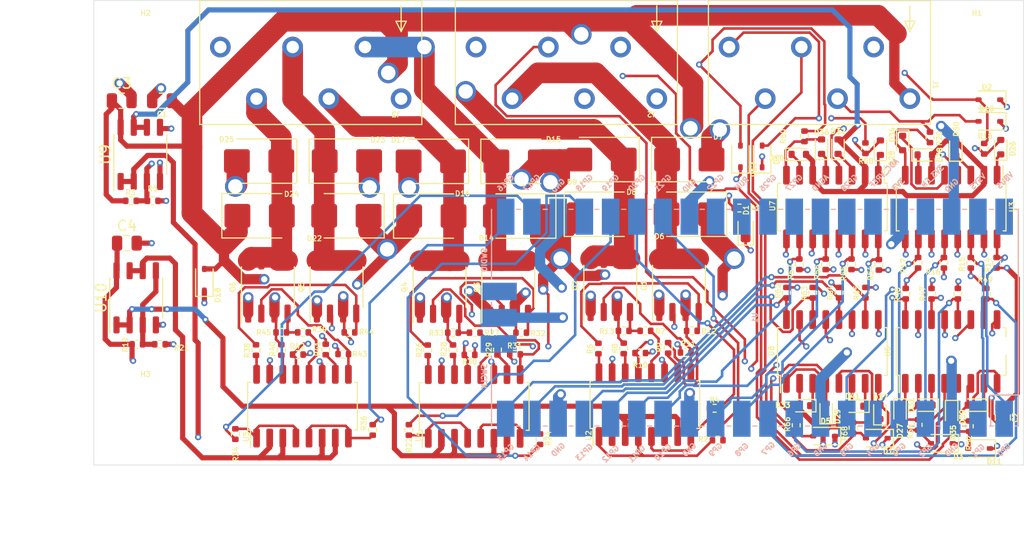
<source format=kicad_pcb>
(kicad_pcb (version 20221018) (generator pcbnew)
  (layers (0 "F.Cu" signal) (1 "In1.Cu" signal) (2 "In2.Cu" signal) (31 "B.Cu" signal) (34 "B.Paste" user) (35 "F.Paste" user) (36 "B.SilkS" user "B.Silkscreen") (37 "F.SilkS" user "F.Silkscreen") (38 "B.Mask" user) (39 "F.Mask" user) (44 "Edge.Cuts" user))
  (net 0 "")
  (net 1 "+24V")
  (net 2 "GNDA")
  (net 3 "+3V3")
  (net 4 "GND")
  (net 5 "Net-(D1-A)")
  (net 6 "Net-(D26-A)")
  (net 7 "Net-(D27-A)")
  (net 8 "Net-(D28-A)")
  (net 9 "Net-(D29-A)")
  (net 10 "VmidA")
  (net 11 "VmidB")
  (net 12 "Net-(D34-A)")
  (net 13 "Net-(D35-A)")
  (net 14 "OUT1")
  (net 15 "OUT2")
  (net 16 "Net-(D36-A)")
  (net 17 "Net-(D37-A)")
  (net 18 "Net-(R2-Pad2)")
  (net 19 "Net-(U9A-+)")
  (net 20 "Net-(R4-Pad2)")
  (net 21 "Net-(U10A-+)")
  (net 22 "Net-(R22-Pad2)")
  (net 23 "Net-(R24-Pad2)")
  (net 24 "OUT3")
  (net 25 "OUT4")
  (net 26 "Net-(R34-Pad2)")
  (net 27 "Net-(R36-Pad2)")
  (net 28 "Vmid_3v3_A")
  (net 29 "Vmid_3v3_B")
  (net 30 "OUT5")
  (net 31 "OUT6")
  (net 32 "IN1")
  (net 33 "IN2")
  (net 34 "IN3")
  (net 35 "IN4")
  (net 36 "IN5")
  (net 37 "IN6")
  (net 38 "IN7")
  (net 39 "IN8")
  (net 40 "Net-(Q1-G1)")
  (net 41 "Net-(Q1-G2)")
  (net 42 "Net-(Q2-G1)")
  (net 43 "Net-(Q2-G2)")
  (net 44 "Net-(Q3-G1)")
  (net 45 "Net-(Q3-G2)")
  (net 46 "Net-(Q4-G1)")
  (net 47 "Net-(Q4-G2)")
  (net 48 "Net-(Q5-G1)")
  (net 49 "Net-(Q5-G2)")
  (net 50 "Net-(Q6-G1)")
  (net 51 "Net-(Q6-G2)")
  (net 52 "O_LED")
  (net 53 "Net-(R6-Pad1)")
  (net 54 "Net-(R7-Pad1)")
  (net 55 "Net-(R8-Pad1)")
  (net 56 "Net-(R9-Pad1)")
  (net 57 "S_IN1A")
  (net 58 "S_IN1B")
  (net 59 "S_IN2A")
  (net 60 "S_IN2B")
  (net 61 "Net-(D26-K)")
  (net 62 "Net-(D27-K)")
  (net 63 "Net-(R26-Pad1)")
  (net 64 "Net-(R27-Pad1)")
  (net 65 "Net-(R28-Pad1)")
  (net 66 "Net-(R29-Pad1)")
  (net 67 "Net-(R38-Pad1)")
  (net 68 "Net-(R39-Pad1)")
  (net 69 "Net-(R40-Pad1)")
  (net 70 "Net-(R41-Pad1)")
  (net 71 "S_IN3A")
  (net 72 "S_IN3B")
  (net 73 "S_IN4A")
  (net 74 "S_IN4B")
  (net 75 "Net-(D28-K)")
  (net 76 "Net-(D29-K)")
  (net 77 "S_IN5A")
  (net 78 "S_IN5B")
  (net 79 "S_IN6A")
  (net 80 "S_IN6B")
  (net 81 "Net-(D30-K)")
  (net 82 "S_IN7A")
  (net 83 "S_IN7B")
  (net 84 "S_IN8A")
  (net 85 "S_IN8B")
  (net 86 "Net-(D31-K)")
  (net 87 "S_OUT6")
  (net 88 "S_OUT5")
  (net 89 "S_OUT4")
  (net 90 "S_OUT3")
  (net 91 "S_OUT2")
  (net 92 "S_OUT1")
  (net 104 "Net-(D32-K)")
  (net 105 "Net-(D33-K)")
  (net 106 "Net-(D34-K)")
  (net 107 "Net-(D35-K)")
  (net 108 "Net-(D36-K)")
  (net 109 "Net-(D37-K)")
  (net 110 "Net-(D38-K)")
  (net 111 "Net-(D39-K)")
  (net 112 "Net-(D40-K)")
  (net 113 "Net-(D41-K)")
  (footprint "cc_con-lst:WAGO-250-206" (layer "F.Cu") (at 139 94.5 180)
    (fp_text reference "J1")
    (fp_text value "WAGO 250-206")
  )
  (footprint "Diode_SMD:D_SOD-323" (layer "F.Cu") (at 146.7 99.6 180)
    (fp_text reference "D2")
    (fp_text value "LY323DC24")
  )
  (footprint "Diode_SMD:D_SOD-523" (layer "F.Cu") (at 136.15 104.25 90)
    (fp_text reference "D28")
    (fp_text value "D")
  )
  (footprint "Diode_SMD:D_SMB" (layer "F.Cu") (at 76.05 110.85)
    (fp_text reference "D24")
    (fp_text value "SS24B")
  )
  (footprint "Resistor_SMD:R_0402_1005Metric" (layer "F.Cu") (at 111.3 123.7 90)
    (fp_text reference "R8")
    (fp_text value "10k")
  )
  (footprint "Diode_SMD:D_SOD-523" (layer "F.Cu") (at 140.5 129.2 180)
    (fp_text reference "D31")
    (fp_text value "D")
  )
  (footprint "Resistor_SMD:R_0402_1005Metric" (layer "F.Cu") (at 128.8 103.15 90)
    (fp_text reference "R60")
    (fp_text value "2k2")
  )
  (footprint "Diode_SMD:D_SMB" (layer "F.Cu") (at 117.65 105.4)
    (fp_text reference "D7")
    (fp_text value "SS24B")
  )
  (footprint "Resistor_SMD:R_0402_1005Metric" (layer "F.Cu") (at 90.5 131.6 -90)
    (fp_text reference "R22")
    (fp_text value "120")
  )
  (footprint "Diode_SMD:D_SOD-523" (layer "F.Cu") (at 138.3 103.8 -90)
    (fp_text reference "D34")
    (fp_text value "D")
  )
  (footprint "Package_SO:SOP-16_4.4x10.4mm_P1.27mm" (layer "F.Cu") (at 143 110 -90)
    (fp_text reference "U3")
    (fp_text value "LTV-247")
  )
  (footprint "Resistor_SMD:R_0402_1005Metric" (layer "F.Cu") (at 75.7 123.86 90)
    (fp_text reference "R38")
    (fp_text value "10k")
  )
  (footprint "Diode_SMD:D_SMB" (layer "F.Cu") (at 84.45 110.85 180)
    (fp_text reference "D22")
    (fp_text value "SS24B")
  )
  (footprint "Resistor_SMD:R_0402_1005Metric" (layer "F.Cu") (at 66.4 123.3)
    (fp_text reference "R21")
    (fp_text value "10k")
  )
  (footprint "Diode_SMD:D_SMB" (layer "F.Cu") (at 109.15 105.4 180)
    (fp_text reference "D9")
    (fp_text value "SS24B")
  )
  (footprint "Diode_SMD:D_SMB" (layer "F.Cu") (at 92.675 110.875)
    (fp_text reference "D16")
    (fp_text value "SS24B")
  )
  (footprint "MountingHole:MountingHole_3.2mm_M3_DIN965" (layer "F.Cu") (at 65 130)
    (fp_text reference "H3")
    (fp_text value "MountingHole")
  )
  (footprint "Resistor_SMD:R_0402_1005Metric" (layer "F.Cu") (at 80.25 122.15 180)
    (fp_text reference "R39")
    (fp_text value "10k")
  )
  (footprint "Resistor_SMD:R_0402_1005Metric" (layer "F.Cu") (at 136 115.6 90)
    (fp_text reference "R54")
    (fp_text value "2k2")
  )
  (footprint "Resistor_SMD:R_0402_1005Metric" (layer "F.Cu") (at 139.8 115.4 90)
    (fp_text reference "R17")
    (fp_text value "2k2")
  )
  (footprint "Resistor_SMD:R_0402_1005Metric" (layer "F.Cu") (at 133.35 115.55 90)
    (fp_text reference "R55")
    (fp_text value "2k2")
  )
  (footprint "Package_SO:SO-8_3.9x4.9mm_P1.27mm" (layer "F.Cu") (at 93.475 117.775 90)
    (fp_text reference "Q4")
    (fp_text value "IRF7343")
  )
  (footprint "Resistor_SMD:R_0402_1005Metric" (layer "F.Cu") (at 140.95 103.25 90)
    (fp_text reference "R20")
    (fp_text value "2k2")
  )
  (footprint "Resistor_SMD:R_0402_1005Metric" (layer "F.Cu") (at 65.7 109.4)
    (fp_text reference "R5")
    (fp_text value "10k")
  )
  (footprint "Capacitor_SMD:C_0805_2012Metric" (layer "F.Cu") (at 62.7 99.7)
    (fp_text reference "C3")
    (fp_text value "100n/50V")
  )
  (footprint "LED_SMD:LED_0603_1608Metric" (layer "F.Cu") (at 123.1 112.2 90)
    (fp_text reference "D1")
    (fp_text value "LED")
  )
  (footprint "Resistor_SMD:R_0402_1005Metric" (layer "F.Cu") (at 112.9 124.15 180)
    (fp_text reference "R10")
    (fp_text value "10k")
  )
  (footprint "Diode_SMD:D_SOD-523" (layer "F.Cu") (at 138.05 129.85 -90)
    (fp_text reference "D27")
    (fp_text value "D")
  )
  (footprint "cc_con-lst:WAGO-250-206" (layer "F.Cu") (at 89.75 94.5 180)
    (fp_text reference "J3")
    (fp_text value "WAGO 250-206")
  )
  (footprint "Resistor_SMD:R_0402_1005Metric" (layer "F.Cu") (at 99.075 123.825 90)
    (fp_text reference "R29")
    (fp_text value "10k")
  )
  (footprint "Resistor_SMD:R_0402_1005Metric" (layer "F.Cu") (at 146.4 118.4 -90)
    (fp_text reference "R49")
    (fp_text value "2k2")
  )
  (footprint "Resistor_SMD:R_0402_1005Metric" (layer "F.Cu") (at 128 131.15 -90)
    (fp_text reference "R66")
    (fp_text value "2k2")
  )
  (footprint "Resistor_SMD:R_0402_1005Metric" (layer "F.Cu") (at 120.1 129.5 180)
    (fp_text reference "R4")
    (fp_text value "120")
  )
  (footprint "Resistor_SMD:R_0402_1005Metric" (layer "F.Cu") (at 144.75 131.24 -90)
    (fp_text reference "R52")
    (fp_text value "2k2")
  )
  (footprint "Package_SO:SO-8_3.9x4.9mm_P1.27mm" (layer "F.Cu") (at 76.85 117.75 90)
    (fp_text reference "Q6")
    (fp_text value "IRF7343")
  )
  (footprint "Resistor_SMD:R_0402_1005Metric" (layer "F.Cu") (at 132.15 118.3 -90)
    (fp_text reference "R64")
    (fp_text value "2k2")
  )
  (footprint "Resistor_SMD:R_0402_1005Metric" (layer "F.Cu") (at 120.4 132.6 180)
    (fp_text reference "R2")
    (fp_text value "120")
  )
  (footprint "Resistor_SMD:R_0402_1005Metric" (layer "F.Cu") (at 115.6 123.65 90)
    (fp_text reference "R9")
    (fp_text value "10k")
  )
  (footprint "Resistor_SMD:R_0402_1005Metric" (layer "F.Cu") (at 78.15 122.15 180)
    (fp_text reference "R45")
    (fp_text value "10k")
  )
  (footprint "Resistor_SMD:R_0402_1005Metric" (layer "F.Cu") (at 113.4 122 180)
    (fp_text reference "R7")
    (fp_text value "10k")
  )
  (footprint "Diode_SMD:D_SOD-323" (layer "F.Cu") (at 146.7 101.7 180)
    (fp_text reference "D10")
    (fp_text value "LY323DC24")
  )
  (footprint "Resistor_SMD:R_0402_1005Metric" (layer "F.Cu") (at 100.775 124.275)
    (fp_text reference "R31")
    (fp_text value "10k")
  )
  (footprint "Resistor_SMD:R_0402_1005Metric" (layer "F.Cu") (at 130.85 115.55 90)
    (fp_text reference "R56")
    (fp_text value "2k2")
  )
  (footprint "Package_SO:SO-8_3.9x4.9mm_P1.27mm" (layer "F.Cu") (at 116.65 117.6 90)
    (fp_text reference "Q1")
    (fp_text value "IRF7343")
  )
  (footprint "Resistor_SMD:R_0402_1005Metric" (layer "F.Cu") (at 141.1 118.4 -90)
    (fp_text reference "R47")
    (fp_text value "2k2")
  )
  (footprint "Diode_SMD:D_SMB" (layer "F.Cu") (at 76 105.55 180)
    (fp_text reference "D25")
    (fp_text value "SS24B")
  )
  (footprint "Resistor_SMD:R_0402_1005Metric" (layer "F.Cu") (at 117.9 122 180)
    (fp_text reference "R12")
    (fp_text value "10k")
  )
  (footprint "Package_SO:SO-8_3.9x4.9mm_P1.27mm" (layer "F.Cu") (at 83.5 117.75 90)
    (fp_text reference "Q5")
    (fp_text value "IRF7343")
  )
  (footprint "Diode_SMD:D_SOD-523" (layer "F.Cu") (at 143.05 130 -90)
    (fp_text reference "D35")
    (fp_text value "D")
  )
  (footprint "Resistor_SMD:R_0402_1005Metric" (layer "F.Cu") (at 117.3 124.1)
    (fp_text reference "R11")
    (fp_text value "10k")
  )
  (footprint "Diode_SMD:D_SOD-323" (layer "F.Cu") (at 122.6 105.1 90)
    (fp_text reference "D12")
    (fp_text value "LY323DC24")
  )
  (footprint "Diode_SMD:D_SOD-523" (layer "F.Cu") (at 128.65 129.25 180)
    (fp_text reference "D33")
    (fp_text value "D")
  )
  (footprint "Diode_SMD:D_SOD-323" (layer "F.Cu") (at 70.7 117.05 90)
    (fp_text reference "D18")
    (fp_text value "LY323DC24")
  )
  (footprint "Resistor_SMD:R_0402_1005Metric" (layer "F.Cu") (at 111.3 122 180)
    (fp_text reference "R13")
    (fp_text value "10k")
  )
  (footprint "Resistor_SMD:R_0402_1005Metric" (layer "F.Cu") (at 146.2 104.35 90)
    (fp_text reference "R18")
    (fp_text value "2k2")
  )
  (footprint "Package_SO:SOP-16_4.4x10.4mm_P1.27mm" (layer "F.Cu") (at 131.5 110 -90)
    (fp_text reference "U7")
    (fp_text value "LTV-247")
  )
  (footprint "Resistor_SMD:R_0402_1005Metric" (layer "F.Cu") (at 96.375 124.325 180)
    (fp_text reference "R30")
    (fp_text value "10k")
  )
  (footprint "Resistor_SMD:R_0402_1005Metric" (layer "F.Cu") (at 142.3 115.4 90)
    (fp_text reference "R16")
    (fp_text value "2k2")
  )
  (footprint "Diode_SMD:D_SOD-523" (layer "F.Cu") (at 143.45 104.3 90)
    (fp_text reference "D30")
    (fp_text value "D")
  )
  (footprint "Diode_SMD:D_SOD-523" (layer "F.Cu") (at 145.3 129.2 180)
    (fp_text reference "D39")
    (fp_text value "D")
  )
  (footprint "Diode_SMD:D_SOD-523" (layer "F.Cu") (at 136.1 129.85 90)
    (fp_text reference "D37")
    (fp_text value "D")
  )
  (footprint "Resistor_SMD:R_0402_1005Metric" (layer "F.Cu") (at 92.325 123.885 90)
    (fp_text reference "R26")
    (fp_text value "10k")
  )
  (footprint "Resistor_SMD:R_0402_1005Metric" (layer "F.Cu") (at 96.875 122.175 180)
    (fp_text reference "R27")
    (fp_text value "10k")
  )
  (footprint "Resistor_SMD:R_0402_1005Metric" (layer "F.Cu") (at 138.6 118.4 -90)
    (fp_text reference "R46")
    (fp_text value "2k2")
  )
  (footprint "Package_SO:SOP-8_3.9x4.9mm_P1.27mm" (layer "F.Cu") (at 64.1 118.8 90)
    (fp_text reference "U10")
    (fp_text value "COS2171")
  )
  (footprint "Resistor_SMD:R_0402_1005Metric" (layer "F.Cu") (at 103.2 132.5 90)
    (fp_text reference "R24")
    (fp_text value "120")
  )
  (footprint "Diode_SMD:D_SOD-523" (layer "F.Cu") (at 130.9 129.75 90)
    (fp_text reference "D29")
    (fp_text value "D")
  )
  (footprint "Diode_SMD:D_SOD-323" (layer "F.Cu") (at 142.1 132.9 180)
    (fp_text reference "D3")
    (fp_text value "LY323DC24")
  )
  (footprint "Resistor_SMD:R_0402_1005Metric" (layer "F.Cu") (at 128.3 115.55 90)
    (fp_text reference "R57")
    (fp_text value "2k2")
  )
  (footprint "Resistor_SMD:R_0402_1005Metric" (layer "F.Cu") (at 129.6 118.3 -90)
    (fp_text reference "R63")
    (fp_text value "2k2")
  )
  (footprint "Diode_SMD:D_SMB" (layer "F.Cu") (at 109.2 110.7)
    (fp_text reference "D8")
    (fp_text value "SS24B")
  )
  (footprint "Diode_SMD:D_SMB" (layer "F.Cu") (at 84.5 105.55)
    (fp_text reference "D23")
    (fp_text value "SS24B")
  )
  (footprint "Resistor_SMD:R_0402_1005Metric" (layer "F.Cu") (at 79.75 124.3 180)
    (fp_text reference "R42")
    (fp_text value "10k")
  )
  (footprint "Diode_SMD:D_SMB" (layer "F.Cu") (at 92.625 105.575 180)
    (fp_text reference "D17")
    (fp_text value "SS24B")
  )
  (footprint "Diode_SMD:D_SOD-323" (layer "F.Cu") (at 130.7 132.2 180)
    (fp_text reference "D5")
    (fp_text value "LY323DC24")
  )
  (footprint "Resistor_SMD:R_0402_1005Metric" (layer "F.Cu") (at 87 131.6 -90)
    (fp_text reference "R36")
    (fp_text value "120")
  )
  (footprint "Diode_SMD:D_SOD-523" (layer "F.Cu") (at 140.45 104.95)
    (fp_text reference "D38")
    (fp_text value "D")
  )
  (footprint "Diode_SMD:D_SOD-523" (layer "F.Cu") (at 132.05 104.15 90)
    (fp_text reference "D32")
    (fp_text value "D")
  )
  (footprint "Package_SO:SOP-16_4.4x10.4mm_P1.27mm" (layer "F.Cu") (at 131.5 124 90)
    (fp_text reference "U8")
    (fp_text value "LTV-247")
  )
  (footprint "Package_SO:SO-8_3.9x4.9mm_P1.27mm" (layer "F.Cu") (at 110 117.6 90)
    (fp_text reference "Q2")
    (fp_text value "IRF7343")
  )
  (footprint "Package_SO:SOP-16_4.4x10.4mm_P1.27mm" (layer "F.Cu") (at 96.825 129.325 90)
    (fp_text reference "U4")
    (fp_text value "LTV-247")
  )
  (footprint "Resistor_SMD:R_0402_1005Metric" (layer "F.Cu") (at 133.5 131.39 -90)
    (fp_text reference "R68")
    (fp_text value "2k2")
  )
  (footprint "Package_SO:SOP-16_4.4x10.4mm_P1.27mm" (layer "F.Cu") (at 113.35 129.15 90)
    (fp_text reference "U2")
    (fp_text value "LTV-247")
  )
  (footprint "Resistor_SMD:R_0402_1005Metric" (layer "F.Cu") (at 63.6 109.4)
    (fp_text reference "R3")
    (fp_text value "10k")
  )
  (footprint "Diode_SMD:D_SMB" (layer "F.Cu") (at 101.075 110.875 180)
    (fp_text reference "D14")
    (fp_text value "SS24B")
  )
  (footprint "cc_con-lst:WAGO-250-206" (layer "F.Cu") (at 114.5 94.5 180)
    (fp_text reference "J2")
    (fp_text value "WAGO 250-206")
  )
  (footprint "MountingHole:MountingHole_3.2mm_M3_DIN965" (layer "F.Cu") (at 145.5 95)
    (fp_text reference "H1")
    (fp_text value "MountingHole")
  )
  (footprint "Diode_SMD:D_SOD-523" (layer "F.Cu") (at 133.8 129.3 180)
    (fp_text reference "D41")
    (fp_text value "D")
  )
  (footprint "Diode_SMD:D_SOD-323" (layer "F.Cu") (at 135.8 132.4 180)
    (fp_text reference "D13")
    (fp_text value "LY323DC24")
  )
  (footprint "Package_SO:SO-8_3.9x4.9mm_P1.27mm" (layer "F.Cu") (at 100.125 117.775 90)
    (fp_text reference "Q3")
    (fp_text value "IRF7343")
  )
  (footprint "Diode_SMD:D_SOD-523" (layer "F.Cu") (at 128.25 104.9)
    (fp_text reference "D40")
    (fp_text value "D")
  )
  (footprint "Resistor_SMD:R_0402_1005Metric" (layer "F.Cu") (at 144.9 115.4 90)
    (fp_text reference "R15")
    (fp_text value "2k2")
  )
  (footprint "Diode_SMD:D_SMB" (layer "F.Cu") (at 101.125 105.575)
    (fp_text reference "D15")
    (fp_text value "SS24B")
  )
  (footprint "Package_SO:SOP-8_3.9x4.9mm_P1.27mm" (layer "F.Cu") (at 64.5 104.9 90)
    (fp_text reference "U9")
    (fp_text value "COS2171")
  )
  (footprint "Resistor_SMD:R_0402_1005Metric" (layer "F.Cu") (at 64.21 123.3)
    (fp_text reference "R19")
    (fp_text value "10k")
  )
  (footprint "Capacitor_SMD:C_0805_2012Metric" (layer "F.Cu") (at 148 130.4 -90)
    (fp_text reference "C2")
    (fp_text value "100n/50V")
  )
  (footprint "Resistor_SMD:R_0402_1005Metric" (layer "F.Cu") (at 94.775 122.175 180)
    (fp_text reference "R33")
    (fp_text value "10k")
  )
  (footprint "Capacitor_SMD:C_0805_2012Metric" (layer "F.Cu") (at 63.2 113.5)
    (fp_text reference "C4")
    (fp_text value "100n/50V")
  )
  (footprint "Resistor_SMD:R_0402_1005Metric" (layer "F.Cu") (at 84.75 122.15 180)
    (fp_text reference "R44")
    (fp_text value "10k")
  )
  (footprint "MountingHole:MountingHole_3.2mm_M3_DIN965" (layer "F.Cu") (at 65 95)
    (fp_text reference "H2")
    (fp_text value "MountingHole")
  )
  (footprint "Resistor_SMD:R_0402_1005Metric" (layer "F.Cu") (at 101.375 122.175 180)
    (fp_text reference "R32")
    (fp_text value "10k")
  )
  (footprint "Resistor_SMD:R_0402_1005Metric" (layer "F.Cu") (at 82.45 123.8 90)
    (fp_text reference "R41")
    (fp_text value "10k")
  )
  (footprint "Resistor_SMD:R_0402_1005Metric" (layer "F.Cu") (at 139.8 131.11 -90)
    (fp_text reference "R50")
    (fp_text value "2k2")
  )
  (footprint "Resistor_SMD:R_0402_1005Metric" (layer "F.Cu") (at 122.5 110.1 180)
    (fp_text reference "R1")
    (fp_text value "470")
  )
  (footprint "Resistor_SMD:R_0402_1005Metric" (layer "F.Cu") (at 108.85 123.71 90)
    (fp_text reference "R6")
    (fp_text value "10k")
  )
  (footprint "Resistor_SMD:R_0402_1005Metric" (layer "F.Cu") (at 143.65 118.4 -90)
    (fp_text reference "R48")
    (fp_text value "2k2")
  )
  (footprint "Resistor_SMD:R_0402_1005Metric" (layer "F.Cu") (at 147.4 115.4 90)
    (fp_text reference "R14")
    (fp_text value "2k2")
  )
  (footprint "Diode_SMD:D_SMB" (layer "F.Cu") (at 117.6 110.7 180)
    (fp_text reference "D6")
    (fp_text value "SS24B")
  )
  (footprint "Resistor_SMD:R_0402_1005Metric" (layer "F.Cu") (at 73.7 132 90)
    (fp_text reference "R34")
    (fp_text value "120")
  )
  (footprint "Resistor_SMD:R_0402_1005Metric" (layer "F.Cu") (at 127.05 118.3 -90)
    (fp_text reference "R62")
    (fp_text value "2k2")
  )
  (footprint "Diode_SMD:D_SOD-523" (layer "F.Cu") (at 147.8 104.2 90)
    (fp_text reference "D26")
    (fp_text value "D")
  )
  (footprint "Diode_SMD:D_SOD-323" (layer "F.Cu") (at 124.7 105.1 90)
    (fp_text reference "D4")
    (fp_text value "LY323DC24")
  )
  (footprint "Capacitor_SMD:C_0805_2012Metric" (layer "F.Cu") (at 66.6 99.7 180)
    (fp_text reference "C1")
    (fp_text value "100n/50V")
  )
  (footprint "Resistor_SMD:R_0402_1005Metric" (layer "F.Cu") (at 94.775 123.875 90)
    (fp_text reference "R28")
    (fp_text value "10k")
  )
  (footprint "Resistor_SMD:R_0402_1005Metric" (layer "F.Cu") (at 134.7 118.3 -90)
    (fp_text reference "R65")
    (fp_text value "2k2")
  )
  (footprint "Resistor_SMD:R_0402_1005Metric" (layer "F.Cu") (at 134.7 104.3 90)
    (fp_text reference "R58")
    (fp_text value "2k2")
  )
  (footprint "Package_SO:SOP-16_4.4x10.4mm_P1.27mm" (layer "F.Cu") (at 143 124 90)
    (fp_text reference "U6")
    (fp_text value "LTV-247")
  )
  (footprint "Resistor_SMD:R_0402_1005Metric" (layer "F.Cu") (at 78.15 123.85 90)
    (fp_text reference "R40")
    (fp_text value "10k")
  )
  (footprint "Resistor_SMD:R_0402_1005Metric" (layer "F.Cu") (at 84.15 124.25)
    (fp_text reference "R43")
    (fp_text value "10k")
  )
  (footprint "Diode_SMD:D_SOD-323" (layer "F.Cu") (at 145.7 133.4 180)
    (fp_text reference "D11")
    (fp_text value "LY323DC24")
  )
  (footprint "Diode_SMD:D_SOD-523" (layer "F.Cu") (at 130.45 104.15 90)
    (fp_text reference "D36")
    (fp_text value "D")
  )
  (footprint "Package_SO:SOP-16_4.4x10.4mm_P1.27mm" (layer "F.Cu") (at 80.2 129.3 90)
    (fp_text reference "U5")
    (fp_text value "LTV-247")
  )
  (footprint "rpi-pico:RPi_Pico_SMDonly" (layer "B.Cu") (at 124 120.725 90)
    (fp_text reference "U1")
    (fp_text value "Pico")
  )
  (gr_line (start 60 135) (end 60 90) (stroke (width 0.05)) (layer "Edge.Cuts"))
  (gr_line (start 150 135) (end 60 135) (stroke (width 0.05)) (layer "Edge.Cuts"))
  (gr_line (start 150 90) (end 150 135) (stroke (width 0.05)) (layer "Edge.Cuts"))
  (gr_line (start 60 90) (end 150 90) (stroke (width 0.05)) (layer "Edge.Cuts"))
  (segment (start 69.5 104.2) (end 69.5 110.6) (width 2) (layer "F.Cu") (net 1))
  (segment (start 77.64 122.15) (end 77.64 122.83) (width 0.25) (layer "F.Cu") (net 1))
  (segment (start 103.225 113.025) (end 105.2 115) (width 2) (layer "F.Cu") (net 1))
  (segment (start 117.125 126.975) (end 117.1 127) (width 0.25) (layer "F.Cu") (net 1))
  (segment (start 76.5 117) (end 74.436548 117) (width 1) (layer "F.Cu") (net 1))
  (segment (start 94.11 122.02) (end 94.265 122.175) (width 0.25) (layer "F.Cu") (net 1))
  (segment (start 63.09 109.4) (end 61.8 109.4) (width 0.5) (layer "F.Cu") (net 1))
  (segment (start 94.265 122.175) (end 94.265 120.505) (width 0.25) (layer "F.Cu") (net 1))
  (segment (start 102.315 123.315) (end 102.5 123.5) (width 0.25) (layer "F.Cu") (net 1))
  (segment (start 110.79 120.33) (end 110.635 120.175) (width 0.25) (layer "F.Cu") (net 1))
  (segment (start 117.39 120.28) (end 117.285 120.175) (width 0.25) (layer "F.Cu") (net 1))
  (segment (start 116.86872 124.875) (end 117.125 125.13128) (width 0.25) (layer "F.Cu") (net 1))
  (segment (start 78.3 92) (end 69.5 100.8) (width 2) (layer "F.Cu") (net 1))
  (segment (start 84.9 123.1) (end 84.9 122.81) (width 0.25) (layer "F.Cu") (net 1))
  (segment (start 73.9 110.85) (end 73.9 112.4) (width 2) (layer "F.Cu") (net 1))
  (segment (start 104.5 92) (end 87 92) (width 2) (layer "F.Cu") (net 1))
  (segment (start 135.925 91.425) (end 137.7 93.2) (width 2) (layer "F.Cu") (net 1))
  (segment (start 110.79 122) (end 110.79 120.33) (width 0.25) (layer "F.Cu") (net 1))
  (segment (start 94.265 122.855) (end 94.775 123.365) (width 0.25) (layer "F.Cu") (net 1))
  (segment (start 119.75 110.7) (end 119.75 112.75) (width 2) (layer "F.Cu") (net 1))
  (segment (start 73.9 112.4) (end 72.6 113.7) (width 2) (layer "F.Cu") (net 1))
  (segment (start 61.2 101) (end 61.75 100.45) (width 0.5) (layer "F.Cu") (net 1))
  (segment (start 94.265 120.505) (end 94.11 120.35) (width 0.25) (layer "F.Cu") (net 1))
  (segment (start 70.7 116) (end 71.763452 116) (width 0.5) (layer "F.Cu") (net 1))
  (segment (start 108.778452 116.675) (end 106.875 116.675) (width 1) (layer "F.Cu") (net 1))
  (segment (start 110.79 122) (end 110.79 122.68) (width 0.25) (layer "F.Cu") (net 1))
  (segment (start 119.75 112.75) (end 122 115) (width 2) (layer "F.Cu") (net 1))
  (segment (start 112.575 91.425) (end 135.925 91.425) (width 2) (layer "F.Cu") (net 1))
  (segment (start 103.225 110.875) (end 103.225 113.025) (width 2) (layer "F.Cu") (net 1))
  (segment (start 116.245 123.905174) (end 116.245 124.52) (width 0.25) (layer "F.Cu") (net 1))
  (segment (start 86.6 110.85) (end 86.6 112.3) (width 2) (layer "F.Cu") (net 1))
  (segment (start 84.135 118.665) (end 84.15 118.65) (width 1) (layer "F.Cu") (net 1))
  (segment (start 100.76 120.35) (end 100.76 119.34) (width 1) (layer "F.Cu") (net 1))
  (segment (start 118.4 123.6) (end 117.39 122.59) (width 0.25) (layer "F.Cu") (net 1))
  (segment (start 137.5 93.4) (end 137.7 93.2) (width 1) (layer "F.Cu") (net 1))
  (segment (start 115.6 123.14) (end 115.6 123.260174) (width 0.25) (layer "F.Cu") (net 1))
  (segment (start 109.495556 116.5495) (end 108.903952 116.5495) (width 1) (layer "F.Cu") (net 1))
  (segment (start 100.76 122.07) (end 100.865 122.175) (width 0.25) (layer "F.Cu") (net 1))
  (segment (start 85.5 117.5) (end 88.4 114.6) (width 1) (layer "F.Cu") (net 1))
  (segment (start 94.11 118.84) (end 94.175 118.775) (width 1) (layer "F.Cu") (net 1))
  (segment (start 67.55 99.7) (end 68.65 100.8) (width 1) (layer "F.Cu") (net 1))
  (segment (start 112 92) (end 112.575 91.425) (width 2) (layer "F.Cu") (net 1))
  (segment (start 99.075 123.315) (end 102.315 123.315) (width 0.25) (layer "F.Cu") (net 1))
  (segment (start 71.763452 116) (end 72.6 115.163452) (width 0.5) (layer "F.Cu") (net 1))
  (segment (start 89.4 93.2) (end 89.4 96.1) (width 2) (layer "F.Cu") (net 1))
  (segment (start 62.595 100.545) (end 61.75 99.7) (width 0.5) (layer "F.Cu") (net 1))
  (segment (start 87 92) (end 88.2 92) (width 2) (layer "F.Cu") (net 1))
  (segment (start 110.635 120.175) (end 110.635 118.665) (width 1) (layer "F.Cu") (net 1))
  (segment (start 112 92) (end 104.5 92) (width 2) (layer "F.Cu") (net 1))
  (segment (start 117.39 122.59) (end 117.39 122) (width 0.25) (layer "F.Cu") (net 1))
  (segment (start 100.865 120.455) (end 100.76 120.35) (width 0.25) (layer "F.Cu") (net 1))
  (segment (start 77.64 122.83) (end 78.15 123.34) (width 0.25) (layer "F.Cu") (net 1))
  (segment (start 117.285 118.515) (end 117.3 118.5) (width 1) (layer "F.Cu") (net 1))
  (segment (start 117.1 127) (end 117.35 127.25) (width 0.25) (layer "F.Cu") (net 1))
  (segment (start 61.2 108.8) (end 61.2 101) (width 0.5) (layer "F.Cu") (net 1))
  (segment (start 118 98) (end 118 102.120334) (width 2) (layer "F.Cu") (net 1))
  (segment (start 117.285 120.175) (end 117.285 118.515) (width 1) (layer "F.Cu") (net 1))
  (segment (start 72.6 115.163452) (end 72.6 113.7) (width 1) (layer "F.Cu") (net 1))
  (segment (start 86.6 112.3) (end 88.4 114.1) (width 2) (layer "F.Cu") (net 1))
  (segment (start 100.76 119.34) (end 101.8 118.3) (width 1) (layer "F.Cu") (net 1))
  (segment (start 100.865 122.175) (end 100.865 120.455) (width 0.25) (layer "F.Cu") (net 1))
  (segment (start 94.265 122.175) (end 94.265 122.855) (width 0.25) (layer "F.Cu") (net 1))
  (segment (start 103.5 116.7) (end 105.2 115) (width 1) (layer "F.Cu") (net 1))
  (segment (start 61.8 109.4) (end 61.2 108.8) (width 0.5) (layer "F.Cu") (net 1))
  (segment (start 69.5 110.6) (end 72.6 113.7) (width 2) (layer "F.Cu") (net 1))
  (segment (start 84.135 120.325) (end 84.135 118.665) (width 1) (layer "F.Cu") (net 1))
  (segment (start 88.4 114.6) (end 88.4 114.1) (width 1) (layer "F.Cu") (net 1))
  (segment (start 107.190888 93.263553) (end 105.927335 92) (width 2) (layer "F.Cu") (net 1))
  (segment (start 110.79 122.68) (end 111.3 123.19) (width 0.25) (layer "F.Cu") (net 1))
  (segment (start 139 99.5) (end 137.5 98) (width 1) (layer "F.Cu") (net 1))
  (segment (start 68.65 100.8) (end 69.5 100.8) (width 1) (layer "F.Cu") (net 1))
  (segment (start 118.15 127.25) (end 118.4 127) (width 0.25) (layer "F.Cu") (net 1))
  (segment (start 105.2 112.55) (end 105.2 115) (width 2) (layer "F.Cu") (net 1))
  (segment (start 108.903952 116.5495) (end 108.778452 116.675) (width 1) (layer "F.Cu") (net 1))
  (segment (start 120.875 116.125) (end 120.875 118.559063) (width 1) (layer "F.Cu") (net 1))
  (segment (start 116.6 124.875) (end 116.86872 124.875) (width 0.25) (layer "F.Cu") (net 1))
  (segment (start 77.485 120.325) (end 77.485 118.815) (width 1) (layer "F.Cu") (net 1))
  (segment (start 77.485 121.995) (end 77.64 122.15) (width 0.25) (layer "F.Cu") (net 1))
  (segment (start 117.35 127.25) (end 118.15 127.25) (width 0.25) (layer "F.Cu") (net 1))
  (segment (start 62.595 103.495) (end 63.2 104.1) (width 0.5) (layer "F.Cu") (net 1))
  (segment (start 69.4 104.1) (end 69.5 104.2) (width 0.5) (layer "F.Cu") (net 1))
  (segment (start 103.5 118) (end 103.5 116.7) (width 1) (layer "F.Cu") (net 1))
  (segment (start 137.5 98) (end 137.5 93.4) (width 1) (layer "F.Cu") (net 1))
  (segment (start 115.6 123.260174) (end 116.245 123.905174) (width 0.25) (layer "F.Cu") (net 1))
  (segment (start 110.635 118.665) (end 110.7 118.6) (width 1) (layer "F.Cu") (net 1))
  (segment (start 84.135 122.045) (end 84.24 122.15) (width 0.25) (layer "F.Cu") (net 1))
  (segment (start 116.245 124.52) (end 116.6 124.875) (width 0.25) (layer "F.Cu") (net 1))
  (segment (start 117.39 122) (end 117.39 120.28) (width 0.25) (layer "F.Cu") (net 1))
  (segment (start 77.485 118.815) (end 77.55 118.75) (width 1) (layer "F.Cu") (net 1))
  (segment (start 105.927335 92) (end 104.5 92) (width 2) (layer "F.Cu") (net 1))
  (segment (start 112 92) (end 118 98) (width 2) (layer "F.Cu") (net 1))
  (segment (start 118.4 127) (end 118.4 123.6) (width 0.25) (layer "F.Cu") (net 1))
  (segment (start 104 123.5) (end 104 118.5) (width 0.25) (layer "F.Cu") (net 1))
  (segment (start 63.2 104.1) (end 69.4 104.1) (width 0.5) (layer "F.Cu") (net 1))
  (segment (start 84.24 120.43) (end 84.135 120.325) (width 0.25) (layer "F.Cu") (net 1))
  (segment (start 106.875 116.675) (end 105.2 115) (width 1) (layer "F.Cu") (net 1))
  (segment (start 118 102.120334) (end 117.751911 102.368423) (width 2) (layer "F.Cu") (net 1))
  (segment (start 84.9 122.81) (end 84.24 122.15) (width 0.25) (layer "F.Cu") (net 1))
  (segment (start 82.45 123.29) (end 82.45 122.85) (width 0.25) (layer "F.Cu") (net 1))
  (segment (start 117.285 121.895) (end 117.39 122) (width 0.25) (layer "F.Cu") (net 1))
  (segment (start 90.525 110.875) (end 90.525 111.975) (width 2) (layer "F.Cu") (net 1))
  (segment (start 77.64 120.48) (end 77.485 120.325) (width 0.25) (layer "F.Cu") (net 1))
  (segment (start 62.595 102.275) (end 62.595 103.495) (width 0.5) (layer "F.Cu") (net 1))
  (segment (start 107.05 110.7) (end 105.2 112.55) (width 2) (layer "F.Cu") (net 1))
  (segment (start 77.64 122.15) (end 77.64 120.48) (width 0.25) (layer "F.Cu") (net 1))
  (segment (start 74.436548 117) (end 72.6 115.163452) (width 1) (layer "F.Cu") (net 1))
  (segment (start 62.595 102.275) (end 62.595 100.545) (width 0.5) (layer "F.Cu") (net 1))
  (segment (start 69.5 100.8) (end 69.5 104.2) (width 2) (layer "F.Cu") (net 1))
  (segment (start 117.125 125.13128) (end 117.125 126.975) (width 0.25) (layer "F.Cu") (net 1))
  (segment (start 104 118.5) (end 103.5 118) (width 0.25) (layer "F.Cu") (net 1))
  (segment (start 89.4 96.1) (end 88.5 97) (width 2) (layer "F.Cu") (net 1))
  (segment (start 90.525 111.975) (end 88.4 114.1) (width 2) (layer "F.Cu") (net 1))
  (segment (start 84.24 122.15) (end 84.24 120.43) (width 0.25) (layer "F.Cu") (net 1))
  (segment (start 82.45 122.85) (end 82.1 122.5) (width 0.25) (layer "F.Cu") (net 1))
  (segment (start 61.75 100.45) (end 61.75 99.7) (width 0.5) (layer "F.Cu") (net 1))
  (segment (start 87 92) (end 78.3 92) (width 2) (layer "F.Cu") (net 1))
  (segment (start 88.2 92) (end 89.4 93.2) (width 2) (layer "F.Cu") (net 1))
  (segment (start 110.635 121.845) (end 110.79 122) (width 0.25) (layer "F.Cu") (net 1))
  (segment (start 94.11 120.35) (end 94.11 118.84) (width 1) (layer "F.Cu") (net 1))
  (segment (start 122 115) (end 120.875 116.125) (width 1) (layer "F.Cu") (net 1))
  (via (at 117.751911 102.368423) (size 2) (drill 1.4) (layers "F.Cu" "B.Cu") (net 1))
  (via (at 109.495556 116.5495) (size 1) (drill 0.6) (layers "F.Cu" "B.Cu") (net 1))
  (via (at 104 123.5) (size 0.6) (drill 0.3) (layers "F.Cu" "B.Cu") (net 1))
  (via (at 84.15 118.65) (size 1) (drill 0.6) (layers "F.Cu" "B.Cu") (net 1))
  (via (at 117.3 118.5) (size 1) (drill 0.6) (layers "F.Cu" "B.Cu") (net 1))
  (via (at 94.175 118.775) (size 1) (drill 0.6) (layers "F.Cu" "B.Cu") (net 1))
  (via (at 101.8 118.3) (size 1) (drill 0.6) (layers "F.Cu" "B.Cu") (net 1))
  (via (at 76.5 117) (size 1) (drill 0.6) (layers "F.Cu" "B.Cu") (net 1))
  (via (at 103.5 118) (size 1) (drill 0.6) (layers "F.Cu" "B.Cu") (net 1))
  (via (at 77.55 118.75) (size 1) (drill 0.6) (layers "F.Cu" "B.Cu") (net 1))
  (via (at 82.1 122.5) (size 0.6) (drill 0.3) (layers "F.Cu" "B.Cu") (net 1))
  (via (at 84.9 123.1) (size 0.6) (drill 0.3) (layers "F.Cu" "B.Cu") (net 1))
  (via (at 110.7 118.6) (size 1) (drill 0.6) (layers "F.Cu" "B.Cu") (net 1))
  (via (at 88.4 114.1) (size 2) (drill 1.4) (layers "F.Cu" "B.Cu") (net 1))
  (via (at 107.190888 93.263553) (size 2) (drill 1.4) (layers "F.Cu" "B.Cu") (net 1))
  (via (at 122 115) (size 2) (drill 1.4) (layers "F.Cu" "B.Cu") (net 1))
  (via (at 88.5 97) (size 2) (drill 1.4) (layers "F.Cu" "B.Cu") (net 1))
  (via (at 105.2 115) (size 2) (drill 1.4) (layers "F.Cu" "B.Cu") (net 1))
  (via (at 85.5 117.5) (size 1) (drill 0.6) (layers "F.Cu" "B.Cu") (net 1))
  (via (at 120.875 118.559063) (size 1) (drill 0.6) (layers "F.Cu" "B.Cu") (net 1))
  (via (at 102.5 123.5) (size 0.6) (drill 0.3) (layers "F.Cu" "B.Cu") (net 1))
  (segment (start 82.105 126.2125) (end 82.105 125.205) (width 0.25) (layer "F.Cu") (net 2))
  (segment (start 147.75 101.7) (end 147.75 101.85) (width 0.25) (layer "F.Cu") (net 2))
  (segment (start 98.22 120.02469) (end 98.22 120.35) (width 1) (layer "F.Cu") (net 2))
  (segment (start 122.6 106.15) (end 122.6 106.9) (width 0.25) (layer "F.Cu") (net 2))
  (segment (start 93.65 126.2375) (end 93.65 124.9) (width 0.25) (layer "F.Cu") (net 2))
  (segment (start 147.75 101.85) (end 148.3 102.4) (width 0.25) (layer "F.Cu") (net 2))
  (segment (start 96.885 124.325) (end 96.885 123.415) (width 0.25) (layer "F.Cu") (net 2))
  (segment (start 119.8 103.3) (end 120.6 102.5) (width 2) (layer "F.Cu") (net 2))
  (segment (start 65.65 99.7) (end 65.65 99.35) (width 1) (layer "F.Cu") (net 2))
  (segment (start 83.64 124.25) (end 83.64 123.74) (width 0.25) (layer "F.Cu") (net 2))
  (segment (start 131.75 132.2) (end 131.75 133) (width 0.5) (layer "F.Cu") (net 2))
  (segment (start 66.21 109.4) (end 67 109.4) (width 0.5) (layer "F.Cu") (net 2))
  (segment (start 96.885 123.415) (end 96.9 123.4) (width 0.25) (layer "F.Cu") (net 2))
  (segment (start 90.475 105.575) (end 90.475 108.075) (width 2) (layer "F.Cu") (net 2))
  (segment (start 100.7105 124.970945) (end 100.265 124.525445) (width 0.25) (layer "F.Cu") (net 2))
  (segment (start 77.025 124.875) (end 77.05 124.85) (width 0.25) (layer "F.Cu") (net 2))
  (segment (start 77.025 126.2125) (end 77.025 124.875) (width 0.25) (layer "F.Cu") (net 2))
  (segment (start 116.79 123.59) (end 116.5 123.3) (width 0.25) (layer "F.Cu") (net 2))
  (segment (start 115.255 125.055) (end 115 124.8) (width 0.25) (layer "F.Cu") (net 2))
  (segment (start 110.175 124.725) (end 110.2 124.7) (width 0.25) (layer "F.Cu") (net 2))
  (segment (start 101.550004 107.299996) (end 101.4 107.299996) (width 2) (layer "F.Cu") (net 2))
  (segment (start 98.73 125.23) (end 98.475 124.975) (width 0.25) (layer "F.Cu") (net 2))
  (segment (start 70.7 118.1) (end 70.7 119.3) (width 0.5) (layer "F.Cu") (net 2))
  (segment (start 83.64 123.74) (end 83.35 123.45) (width 0.25) (layer "F.Cu") (net 2))
  (segment (start 116.79 124.1) (end 116.79 123.59) (width 0.25) (layer "F.Cu") (net 2))
  (segment (start 66.405 105.705) (end 66.4 105.7) (width 0.5) (layer "F.Cu") (net 2))
  (segment (start 114.745 120.175) (end 114.745 118.545) (width 1) (layer "F.Cu") (net 2))
  (segment (start 104.599999 107.600001) (end 104.199998 107.600001) (width 2) (layer "F.Cu") (net 2))
  (segment (start 143.15 132.9) (end 143.895711 132.9) (width 0.25) (layer "F.Cu") (net 2))
  (segment (start 80.8 124.3) (end 80.95 124.15) (width 0.25) (layer "F.Cu") (net 2))
  (segment (start 91.57 118.78) (end 91.575 118.775) (width 1) (layer "F.Cu") (net 2))
  (segment (start 66.405 107.525) (end 66.405 105.705) (width 0.5) (layer "F.Cu") (net 2))
  (segment (start 124.7 106.15) (end 124.7 105.1) (width 0.25) (layer "F.Cu") (net 2))
  (segment (start 105.1 107.1) (end 104.599999 107.600001) (width 2) (layer "F.Cu") (net 2))
  (segment (start 65.65 99.35) (end 66.5 98.5) (width 1) (layer "F.Cu") (net 2))
  (segment (start 86.65 105.55) (end 86.65 108.05) (width 2) (layer "F.Cu") (net 2))
  (segment (start 81.595 119.071422) (end 81.620711 119.045711) (width 1) (layer "F.Cu") (net 2))
  (segment (start 113.41 124.15) (end 113.95 124.15) (width 0.25) (layer "F.Cu") (net 2))
  (segment (start 113.95 124.15) (end 114.1 124) (width 0.25) (layer "F.Cu") (net 2))
  (segment (start 103.275 105.575) (end 101.550004 107.299996) (width 2) (layer "F.Cu") (net 2))
  (segment (start 147.2 133.4) (end 147.450002 133.149998) (width 0.25) (layer "F.Cu") (net 2))
  (segment (start 63.65 99.7) (end 63.65 99.15) (width 1) (layer "F.Cu") (net 2))
  (segment (start 107 105.4) (end 105.1 105.4) (width 2) (layer "F.Cu") (net 2))
  (segment (start 146.75 133.4) (end 147.2 133.4) (width 0.25) (layer "F.Cu") (net 2))
  (segment (start 136.338437 132.911563) (end 136.338437 133.03974) (width 0.25) (layer "F.Cu") (net 2))
  (segment (start 86.65 108.05) (end 86.7 108.1) (width 2) (layer "F.Cu") (net 2))
  (segment (start 90.475 108.075) (end 90.5 108.1) (width 2) (layer "F.Cu") (net 2))
  (segment (start 103.45 105.4) (end 103.275 105.575) (width 2) (layer "F.Cu") (net 2))
  (segment (start 114.745 118.545) (end 114.7 118.5) (width 1) (layer "F.Cu") (net 2))
  (segment (start 74.945 120.325) (end 74.945 118.755) (width 1) (layer "F.Cu") (net 2))
  (segment (start 122.6 106.9) (end 122.2 107.3) (width 0.25) (layer "F.Cu") (net 2))
  (segment (start 108.095 120.175) (end 108.095 118.605) (width 1) (layer "F.Cu") (net 2))
  (segment (start 82.105 125.205) (end 81.85 124.95) (width 0.25) (layer "F.Cu") (net 2))
  (segment (start 119.8 105.4) (end 119.8 103.3) (width 2) (layer "F.Cu") (net 2))
  (segment (start 108.095 118.605) (end 108.1 118.6) (width 1) (layer "F.Cu") (net 2))
  (segment (start 73.85 105.55) (end 73.85 107.85) (width 2) (layer "F.Cu") (net 2))
  (segment (start 96.347655 118.152345) (end 98.22 120.02469) (width 1) (layer "F.Cu") (net 2))
  (segment (start 98.73 126.2375) (end 98.73 125.23) (width 0.25) (layer "F.Cu") (net 2))
  (segment (start 105.1 105.4) (end 103.45 105.4) (width 2) (layer "F.Cu") (net 2))
  (segment (start 73.85 107.85) (end 73.7 108) (width 2) (layer "F.Cu") (net 2))
  (segment (start 80.26 124.3) (end 80.8 124.3) (width 0.25) (layer "F.Cu") (net 2))
  (segment (start 91.57 120.35) (end 91.57 118.78) (width 1) (layer "F.Cu") (net 2))
  (segment (start 74.945 118.755) (end 74.95 118.75) (width 1) (layer "F.Cu") (net 2))
  (segment (start 81.595 120.325) (end 81.595 119.071422) (width 1) (layer "F.Cu") (net 2))
  (segment (start 105.1 105.4) (end 105.1 107.1) (width 2) (layer "F.Cu") (net 2))
  (segment (start 136.85 132.4) (end 136.338437 132.911563) (width 0.25) (layer "F.Cu") (net 2))
  (segment (start 63.65 99.15) (end 62.5 98) (width 1) (layer "F.Cu") (net 2))
  (segment (start 100.265 124.525445) (end 100.265 124.275) (width 0.25) (layer "F.Cu") (net 2))
  (segment (start 93.65 124.9) (end 93.675 124.875) (width 0.25) (layer "F.Cu") (net 2))
  (segment (start 115.255 126.0625) (end 115.255 125.055) (width 0.25) (layer "F.Cu") (net 2))
  (segment (start 147.75 99.6) (end 147.75 99.65) (width 0.25) (layer "F.Cu") (net 2))
  (segment (start 147.75 99.65) (end 148.4 100.3) (width 0.25) (layer "F.Cu") (net 2))
  (segment (start 143.895711 132.9) (end 143.985507 132.989796) (width 0.25) (layer "F.Cu") (net 2))
  (segment (start 110.175 126.0625) (end 110.175 124.725) (width 0.25) (layer "F.Cu") (net 2))
  (via (at 147.450002 133.149998) (size 0.6) (drill 0.3) (layers "F.Cu" "B.Cu") (net 2))
  (via (at 114.7 118.5) (size 1) (drill 0.6) (layers "F.Cu" "B.Cu") (net 2))
  (via (at 80.95 124.15) (size 0.6) (drill 0.3) (layers "F.Cu" "B.Cu") (net 2))
  (via (at 66.5 98.5) (size 1) (drill 0.6) (layers "F.Cu" "B.Cu") (net 2))
  (via (at 110.2 124.7) (size 0.6) (drill 0.3) (layers "F.Cu" "B.Cu") (net 2))
  (via (at 77.05 124.85) (size 0.6) (drill 0.3) (layers "F.Cu" "B.Cu") (net 2))
  (via (at 98.475 124.975) (size 0.6) (drill 0.3) (layers "F.Cu" "B.Cu") (net 2))
  (via (at 120.6 102.5) (size 2) (drill 1.4) (layers "F.Cu" "B.Cu") (net 2))
  (via (at 81.85 124.95) (size 0.6) (drill 0.3) (layers "F.Cu" "B.Cu") (net 2))
  (via (at 114.1 124) (size 0.6) (drill 0.3) (layers "F.Cu" "B.Cu") (net 2))
  (via (at 131.75 133) (size 0.6) (drill 0.3) (layers "F.Cu" "B.Cu") (net 2))
  (via (at 96.9 123.4) (size 0.6) (drill 0.3) (layers "F.Cu" "B.Cu") (net 2))
  (via (at 124.7 105.1) (size 0.6) (drill 0.3) (layers "F.Cu" "B.Cu") (net 2))
  (via (at 67 109.4) (size 0.6) (drill 0.3) (layers "F.Cu" "B.Cu") (net 2))
  (via (at 66.4 105.7) (size 0.6) (drill 0.3) (layers "F.Cu" "B.Cu") (net 2))
  (via (at 104.199998 107.600001) (size 2) (drill 1.4) (layers "F.Cu" "B.Cu") (net 2))
  (via (at 62.5 98) (size 1) (drill 0.6) (layers "F.Cu" "B.Cu") (net 2))
  (via (at 100.7105 124.970945) (size 0.6) (drill 0.3) (layers "F.Cu" "B.Cu") (net 2))
  (via (at 83.35 123.45) (size 0.6) (drill 0.3) (layers "F.Cu" "B.Cu") (net 2))
  (via (at 74.95 118.75) (size 1) (drill 0.6) (layers "F.Cu" "B.Cu") (net 2))
  (via (at 70.7 119.3) (size 0.6) (drill 0.3) (layers "F.Cu" "B.Cu") (net 2))
  (via (at 101.4 107.299996) (size 2) (drill 1.4) (layers "F.Cu" "B.Cu") (net 2))
  (via (at 148.3 102.4) (size 0.6) (drill 0.3) (layers "F.Cu" "B.Cu") (net 2))
  (via (at 143.985507 132.989796) (size 0.6) (drill 0.3) (layers "F.Cu" "B.Cu") (net 2))
  (via (at 81.620711 119.045711) (size 1) (drill 0.6) (layers "F.Cu" "B.Cu") (net 2))
  (via (at 96.347655 118.152345) (size 1) (drill 0.6) (layers "F.Cu" "B.Cu") (net 2))
  (via (at 115 124.8) (size 0.6) (drill 0.3) (layers "F.Cu" "B.Cu") (net 2))
  (via (at 86.7 108.1) (size 2) (drill 1.4) (layers "F.Cu" "B.Cu") (net 2))
  (via (at 136.338437 133.03974) (size 0.6) (drill 0.3) (layers "F.Cu" "B.Cu") (net 2))
  (via (at 148.4 100.3) (size 0.6) (drill 0.3) (layers "F.Cu" "B.Cu") (net 2))
  (via (at 116.5 123.3) (size 0.6) (drill 0.3) (layers "F.Cu" "B.Cu") (net 2))
  (via (at 90.5 108.1) (size 2) (drill 1.4) (layers "F.Cu" "B.Cu") (net 2))
  (via (at 93.675 124.875) (size 0.6) (drill 0.3) (layers "F.Cu" "B.Cu") (net 2))
  (via (at 122.2 107.3) (size 0.6) (drill 0.3) (layers "F.Cu" "B.Cu") (net 2))
  (via (at 91.575 118.775) (size 1) (drill 0.6) (layers "F.Cu" "B.Cu") (net 2))
  (via (at 108.1 118.6) (size 1) (drill 0.6) (layers "F.Cu" "B.Cu") (net 2))
  (via (at 73.7 108) (size 2) (drill 1.4) (layers "F.Cu" "B.Cu") (net 2))
  (segment (start 138.6 117.2) (end 138.7 117.1) (width 0.25) (layer "F.Cu") (net 3))
  (segment (start 63.7 123.3) (end 61.6 123.3) (width 0.5) (layer "F.Cu") (net 3))
  (segment (start 141.1 117.89) (end 141.1 117.2) (width 0.25) (layer "F.Cu") (net 3))
  (segment (start 62.25 113.5) (end 62.25 116.12) (width 0.5) (layer "F.Cu") (net 3))
  (segment (start 61.1 118.9) (end 62.195 117.805) (width 0.5) (layer "F.Cu") (net 3))
  (segment (start 148 129.45) (end 149.4 128.05) (width 0.5) (layer "F.Cu") (net 3))
  (segment (start 126.48 116.18) (end 126.5 116.2) (width 0.25) (layer "F.Cu") (net 3))
  (segment (start 149.4 116.9) (end 148.4 115.9) (width 0.5) (layer "F.Cu") (net 3))
  (segment (start 147.4 115.91) (end 148.39 115.91) (width 0.25) (layer "F.Cu") (net 3))
  (segment (start 129.06 116.06) (end 129.1 116.1) (width 0.25) (layer "F.Cu") (net 3))
  (segment (start 143.65 117.89) (end 143.65 117.25) (width 0.25) (layer "F.Cu") (net 3))
  (segment (start 144.9 116.7) (end 145.21 116.7) (width 0.25) (layer "F.Cu") (net 3))
  (segment (start 61.1 122.8) (end 61.1 118.9) (width 0.5) (layer "F.Cu") (net 3))
  (segment (start 136 116.11) (end 136.89 116.11) (width 0.25) (layer "F.Cu") (net 3))
  (segment (start 142.3 115.91) (end 142.3 116.8) (width 0.25) (layer "F.Cu") (net 3))
  (segment (start 145.21 116.7) (end 146.4 117.89) (width 0.25) (layer "F.Cu") (net 3))
  (segment (start 144.9 115.91) (end 144.9 116.7) (width 0.25) (layer "F.Cu") (net 3))
  (segment (start 133.35 116.06) (end 134.26 116.06) (width 0.25) (layer "F.Cu") (net 3))
  (segment (start 143.65 117.25) (end 143.7 117.2) (width 0.25) (layer "F.Cu") (net 3))
  (segment (start 63.7 124.8) (end 63.8 124.9) (width 0.5) (layer "F.Cu") (net 3))
  (segment (start 135.69 117.79) (end 135.7 117.8) (width 0.25) (layer "F.Cu") (net 3))
  (segment (start 128.3 116.06) (end 129.06 116.06) (width 0.25) (layer "F.Cu") (net 3))
  (segment (start 62.195 117.805) (end 62.195 116.175) (width 0.5) (layer "F.Cu") (net 3))
  (segment (start 138.6 117.89) (end 138.6 117.2) (width 0.25) (layer "F.Cu") (net 3))
  (segment (start 149.4 128.05) (end 149.4 116.9) (width 0.5) (layer "F.Cu") (net 3))
  (segment (start 127.05 117.79) (end 128.09 117.79) (width 0.25) (layer "F.Cu") (net 3))
  (segment (start 134.7 117.79) (end 135.69 117.79) (width 0.25) (layer "F.Cu") (net 3))
  (segment (start 139.8 116) (end 138.7 117.1) (width 0.25) (layer "F.Cu") (net 3))
  (segment (start 148.39 115.91) (end 148.4 115.9) (width 0.25) (layer "F.Cu") (net 3))
  (segment (start 131.586474 116.06) (end 131.596474 116.05) (width 0.25) (layer "F.Cu") (net 3))
  (segment (start 129.6 117.79) (end 130.09 117.79) (width 0.25) (layer "F.Cu") (net 3))
  (segment (start 139.8 115.91) (end 139.8 116) (width 0.25) (layer "F.Cu") (net 3))
  (segment (start 61.6 123.3) (end 61.1 122.8) (width 0.5) (layer "F.Cu") (net 3))
  (segment (start 130.09 117.79) (end 130.7 118.4) (width 0.25) (layer "F.Cu") (net 3))
  (segment (start 136.89 116.11) (end 136.9 116.1) (width 0.25) (layer "F.Cu") (net 3))
  (segment (start 130.85 116.06) (end 131.586474 116.06) (width 0.25) (layer "F.Cu") (net 3))
  (segment (start 141.1 117.2) (end 141.2 117.1) (width 0.25) (layer "F.Cu") (net 3))
  (segment (start 63.7 123.3) (end 63.7 124.8) (width 0.5) (layer "F.Cu") (net 3))
  (segment (start 131.89 117.79) (end 131.4 117.3) (width 0.25) (layer "F.Cu") (net 3))
  (segment (start 132.15 117.79) (end 131.89 117.79) (width 0.25) (layer "F.Cu") (net 3))
  (segment (start 134.26 116.06) (end 134.3 116.1) (width 0.25) (layer "F.Cu") (net 3))
  (segment (start 62.25 116.12) (end 62.195 116.175) (width 0.5) (layer "F.Cu") (net 3))
  (segment (start 128.09 117.79) (end 128.1 117.8) (width 0.25) (layer "F.Cu") (net 3))
  (via (at 142.3 116.8) (size 0.6) (drill 0.3) (layers "F.Cu" "B.Cu") (net 3))
  (via (at 135.7 117.8) (size 0.6) (drill 0.3) (layers "F.Cu" "B.Cu") (net 3))
  (via (at 138.7 117.1) (size 0.6) (drill 0.3) (layers "F.Cu" "B.Cu") (net 3))
  (via (at 131.4 117.3) (size 0.6) (drill 0.3) (layers "F.Cu" "B.Cu") (net 3))
  (via (at 126.5 116.2) (size 0.6) (drill 0.3) (layers "F.Cu" "B.Cu") (net 3))
  (via (at 141.2 117.1) (size 0.6) (drill 0.3) (layers "F.Cu" "B.Cu") (net 3))
  (via (at 143.7 117.2) (size 0.6) (drill 0.3) (layers "F.Cu" "B.Cu") (net 3))
  (via (at 130.7 118.4) (size 0.6) (drill 0.3) (layers "F.Cu" "B.Cu") (net 3))
  (via (at 128.1 117.8) (size 0.6) (drill 0.3) (layers "F.Cu" "B.Cu") (net 3))
  (via (at 148.4 115.9) (size 0.6) (drill 0.3) (layers "F.Cu" "B.Cu") (net 3))
  (via (at 63.8 124.9) (size 0.6) (drill 0.3) (layers "F.Cu" "B.Cu") (net 3))
  (via (at 144.9 116.7) (size 0.6) (drill 0.3) (layers "F.Cu" "B.Cu") (net 3))
  (via (at 129.1 116.1) (size 0.6) (drill 0.3) (layers "F.Cu" "B.Cu") (net 3))
  (via (at 134.3 116.1) (size 0.6) (drill 0.3) (layers "F.Cu" "B.Cu") (net 3))
  (via (at 131.596474 116.05) (size 0.6) (drill 0.3) (layers "F.Cu" "B.Cu") (net 3))
  (via (at 137.2 113.6) (size 1) (drill 0.6) (layers "F.Cu" "B.Cu") (net 3))
  (via (at 136.9 116.1) (size 0.6) (drill 0.3) (layers "F.Cu" "B.Cu") (net 3))
  (segment (start 137.97 112.83) (end 137.2 113.6) (width 1) (layer "B.Cu") (net 3))
  (segment (start 137.97 111.835) (end 137.97 112.83) (width 1) (layer "B.Cu") (net 3))
  (segment (start 148 131.35) (end 146.87 130.22) (width 0.5) (layer "F.Cu") (net 4))
  (segment (start 127.055 113.0875) (end 127.055 114.545) (width 0.25) (layer "F.Cu") (net 4))
  (segment (start 66.005 121.425) (end 66.675 121.425) (width 0.5) (layer "F.Cu") (net 4))
  (segment (start 144.905 120.9125) (end 144.905 121.195) (width 0.25) (layer "F.Cu") (net 4))
  (segment (start 141.095 113.0875) (end 141.095 114.595) (width 0.25) (layer "F.Cu") (net 4))
  (segment (start 139.825 120.9125) (end 139.825 122.375) (width 0.25) (layer "F.Cu") (net 4))
  (segment (start 129.595 113.0875) (end 129.595 114.405) (width 0.25) (layer "F.Cu") (net 4))
  (segment (start 127.055 114.545) (end 127 114.6) (width 0.25) (layer "F.Cu") (net 4))
  (segment (start 133.405 120.9125) (end 133.405 122.295) (width 0.25) (layer "F.Cu") (net 4))
  (segment (start 143.635 114.565) (end 143.6 114.6) (width 0.25) (layer "F.Cu") (net 4))
  (segment (start 130.865 120.9125) (end 130.865 122.498615) (width 0.25) (layer "F.Cu") (net 4))
  (segment (start 128.325 120.9125) (end 128.325 122.865712) (width 0.25) (layer "F.Cu") (net 4))
  (segment (start 134.675 114.575) (end 134.7 114.6) (width 0.25) (layer "F.Cu") (net 4))
  (segment (start 66.91 123.3) (end 67.7 123.3) (width 0.5) (layer "F.Cu") (net 4))
  (segment (start 147.445 120.9125) (end 146.975 121.3825) (width 0.25) (layer "F.Cu") (net 4))
  (segment (start 132.135 114.565) (end 132.1 114.6) (width 0.25) (layer "F.Cu") (net 4))
  (segment (start 135.945 120.9125) (end 135.945 122.245) (width 0.25) (layer "F.Cu") (net 4))
  (segment (start 138.555 113.0875) (end 138.555 114.555) (width 0.25) (layer "F.Cu") (net 4))
  (segment (start 128.325 122.865712) (end 128.972756 123.513468) (width 0.25) (layer "F.Cu") (net 4))
  (segment (start 66.675 121.425) (end 66.7 121.4) (width 0.5) (layer "F.Cu") (net 4))
  (segment (start 146.175 113.0875) (end 146.175 114.575) (width 0.25) (layer "F.Cu") (net 4))
  (segment (start 129.595 114.405) (end 129.5 114.5) (width 0.25) (layer "F.Cu") (net 4))
  (segment (start 130.865 122.498615) (end 131.272622 122.906237) (width 0.25) (layer "F.Cu") (net 4))
  (segment (start 142.365 120.9125) (end 142.365 122.365) (width 0.25) (layer "F.Cu") (net 4))
  (segment (start 144.905 121.195) (end 143.4 122.7) (width 0.25) (layer "F.Cu") (net 4))
  (segment (start 141.095 114.595) (end 141.1 114.6) (width 0.25) (layer "F.Cu") (net 4))
  (segment (start 142.365 122.365) (end 142.4 122.4) (width 0.25) (layer "F.Cu") (net 4))
  (segment (start 123.1 112.9875) (end 123.1 113.7) (width 0.25) (layer "F.Cu") (net 4))
  (segment (start 64.15 113.5) (end 65.6 113.5) (width 0.5) (layer "F.Cu") (net 4))
  (segment (start 135.945 122.245) (end 136 122.3) (width 0.25) (layer "F.Cu") (net 4))
  (segment (start 133.405 122.295) (end 133.4 122.3) (width 0.25) (layer "F.Cu") (net 4))
  (segment (start 143.635 113.0875) (end 143.635 114.565) (width 0.25) (layer "F.Cu") (net 4))
  (segment (start 138.555 114.555) (end 138.6 114.6) (width 0.25) (layer "F.Cu") (net 4))
  (segment (start 146.87 128.54472) (end 146.923478 128.491242) (width 0.5) (layer "F.Cu") (net 4))
  (segment (start 139.825 122.375) (end 139.8 122.4) (width 0.25) (layer "F.Cu") (net 4))
  (segment (start 134.675 113.0875) (end 134.675 114.575) (width 0.25) (layer "F.Cu") (net 4))
  (segment (start 146.87 130.22) (end 146.87 128.54472) (width 0.5) (layer "F.Cu") (net 4))
  (segment (start 132.135 113.0875) (end 132.135 114.565) (width 0.25) (layer "F.Cu") (net 4))
  (segment (start 146.975 121.3825) (end 146.975 122.238955) (width 0.25) (layer "F.Cu") (net 4))
  (segment (start 123.1 113.7) (end 123.6 114.2) (width 0.25) (layer "F.Cu") (net 4))
  (segment (start 146.175 114.575) (end 146.2 114.6) (width 0.25) (layer "F.Cu") (net 4))
  (via (at 141.1 114.6) (size 0.6) (drill 0.3) (layers "F.Cu" "B.Cu") (net 4))
  (via (at 117.705288 128.025) (size 1) (drill 0.6) (layers "F.Cu" "B.Cu") (net 4))
  (via (at 131.272622 122.906237) (size 0.6) (drill 0.3) (layers "F.Cu" "B.Cu") (net 4))
  (via (at 132.1 114.6) (size 0.6) (drill 0.3) (layers "F.Cu" "B.Cu") (net 4))
  (via (at 134.7 114.6) (size 0.6) (drill 0.3) (layers "F.Cu" "B.Cu") (net 4))
  (via (at 105.3 117.8) (size 1) (drill 0.6) (layers "F.Cu" "B.Cu") (net 4))
  (via (at 143.4 122.7) (size 0.6) (drill 0.3) (layers "F.Cu" "B.Cu") (net 4))
  (via (at 136 122.3) (size 0.6) (drill 0.3) (layers "F.Cu" "B.Cu") (net 4))
  (via (at 133.4 122.3) (size 0.6) (drill 0.3) (layers "F.Cu" "B.Cu") (net 4))
  (via (at 127 114.6) (size 0.6) (drill 0.3) (layers "F.Cu" "B.Cu") (net 4))
  (via (at 146.923478 128.491242) (size 0.6) (drill 0.3) (layers "F.Cu" "B.Cu") (net 4))
  (via (at 142.4 122.4) (size 0.6) (drill 0.3) (layers "F.Cu" "B.Cu") (net 4))
  (via (at 146.975 122.238955) (size 0.6) (drill 0.3) (layers "F.Cu" "B.Cu") (net 4))
  (via (at 119.6 107.5) (size 1) (drill 0.6) (layers "F.Cu" "B.Cu") (net 4))
  (via (at 146.2 114.6) (size 0.6) (drill 0.3) (layers "F.Cu" "B.Cu") (net 4))
  (via (at 138.6 114.6) (size 0.6) (drill 0.3) (layers "F.Cu" "B.Cu") (net 4))
  (via (at 67.7 123.3) (size 0.6) (drill 0.3) (layers "F.Cu" "B.Cu") (net 4))
  (via (at 66.7 121.4) (size 0.6) (drill 0.3) (layers "F.Cu" "B.Cu") (net 4))
  (via (at 128.972756 123.513468) (size 0.6) (drill 0.3) (layers "F.Cu" "B.Cu") (net 4))
  (via (at 129.5 114.5) (size 0.6) (drill 0.3) (layers "F.Cu" "B.Cu") (net 4))
  (via (at 142.025 102.15) (size 1) (drill 0.6) (layers "F.Cu" "B.Cu") (net 4))
  (via (at 143 124.9) (size 1) (drill 0.6) (layers "F.Cu" "B.Cu") (net 4))
  (via (at 65.6 113.5) (size 0.6) (drill 0.3) (layers "F.Cu" "B.Cu") (net 4))
  (via (at 123.6 114.2) (size 0.6) (drill 0.3) (layers "F.Cu" "B.Cu") (net 4))
  (via (at 139.8 122.4) (size 0.6) (drill 0.3) (layers "F.Cu" "B.Cu") (net 4))
  (via (at 105.2 128.15) (size 1) (drill 0.6) (layers "F.Cu" "B.Cu") (net 4))
  (via (at 105.4 120.7) (size 1) (drill 0.6) (layers "F.Cu" "B.Cu") (net 4))
  (via (at 143.6 114.6) (size 0.6) (drill 0.3) (layers "F.Cu" "B.Cu") (net 4))
  (via (at 132.9 124.1) (size 1) (drill 0.6) (layers "F.Cu" "B.Cu") (net 4))
  (segment (start 103.2 115.7) (end 105.3 117.8) (width 1) (layer "B.Cu") (net 4))
  (segment (start 143.05 111.835) (end 143.25 111.635) (width 1) (layer "B.Cu") (net 4))
  (segment (start 103.2 114.229926) (end 103.2 115.7) (width 1) (layer "B.Cu") (net 4))
  (segment (start 117.65 109.45) (end 119.6 107.5) (width 1) (layer "B.Cu") (net 4))
  (segment (start 104.95 111.835) (end 104.95 112.479926) (width 1) (layer "B.Cu") (net 4))
  (segment (start 104.95 112.479926) (end 103.2 114.229926) (width 1) (layer "B.Cu") (net 4))
  (segment (start 117.65 129.615) (end 117.65 128.080288) (width 1) (layer "B.Cu") (net 4))
  (segment (start 143.25 111.635) (end 143.25 103.375) (width 1) (layer "B.Cu") (net 4))
  (segment (start 100.1 120.725) (end 105.375 120.725) (width 1) (layer "B.Cu") (net 4))
  (segment (start 143.05 129.615) (end 143.05 124.95) (width 1) (layer "B.Cu") (net 4))
  (segment (start 143.05 124.95) (end 143 124.9) (width 1) (layer "B.Cu") (net 4))
  (segment (start 104.95 128.4) (end 105.2 128.15) (width 1) (layer "B.Cu") (net 4))
  (segment (start 130.35 129.615) (end 130.35 126.65) (width 1) (layer "B.Cu") (net 4))
  (segment (start 105.375 120.725) (end 105.4 120.7) (width 1) (layer "B.Cu") (net 4))
  (segment (start 117.65 111.835) (end 117.65 109.45) (width 1) (layer "B.Cu") (net 4))
  (segment (start 104.95 129.615) (end 104.95 128.4) (width 1) (layer "B.Cu") (net 4))
  (segment (start 143.25 103.375) (end 142.025 102.15) (width 1) (layer "B.Cu") (net 4))
  (segment (start 117.65 128.080288) (end 117.705288 128.025) (width 1) (layer "B.Cu") (net 4))
  (segment (start 130.35 126.65) (end 132.9 124.1) (width 1) (layer "B.Cu") (net 4))
  (segment (start 123.01 110.1) (end 123.01 111.3225) (width 0.25) (layer "F.Cu") (net 5))
  (segment (start 123.01 111.3225) (end 123.1 111.4125) (width 0.25) (layer "F.Cu") (net 5))
  (segment (start 143.635 106.9125) (end 143.635 106.335) (width 0.25) (layer "F.Cu") (net 6))
  (segment (start 143.635 106.335) (end 142.2 104.9) (width 0.25) (layer "F.Cu") (net 6))
  (segment (start 146.2 104.86) (end 146.44 104.86) (width 0.25) (layer "F.Cu") (net 6))
  (segment (start 145.3 104.3) (end 145.64 104.3) (width 0.25) (layer "F.Cu") (net 6))
  (segment (start 146.175 104.885) (end 146.2 104.86) (width 0.25) (layer "F.Cu") (net 6))
  (segment (start 145.64 104.3) (end 146.2 104.86) (width 0.25) (layer "F.Cu") (net 6))
  (segment (start 146.44 104.86) (end 147.8 103.5) (width 0.25) (layer "F.Cu") (net 6))
  (via (at 145.3 104.3) (size 0.6) (drill 0.3) (layers "F.Cu" "B.Cu") (net 6))
  (via (at 142.2 104.9) (size 0.6) (drill 0.3) (layers "F.Cu" "B.Cu") (net 6))
  (segment (start 138.1 130.6) (end 138.05 130.55) (width 0.25) (layer "F.Cu") (net 7))
  (segment (start 141.2 130.6) (end 142.365 129.435) (width 0.25) (layer "F.Cu") (net 7))
  (segment (start 139.8 130.6) (end 141.2 130.6) (width 0.25) (layer "F.Cu") (net 7))
  (segment (start 142.365 129.435) (end 142.365 127.0875) (width 0.25) (layer "F.Cu") (net 7))
  (segment (start 139.8 130.6) (end 138.1 130.6) (width 0.25) (layer "F.Cu") (net 7))
  (segment (start 132.135 106.9125) (end 132.135 105.890196) (width 0.25) (layer "F.Cu") (net 8))
  (segment (start 131.425 105.180196) (end 131.425 103.075) (width 0.25) (layer "F.Cu") (net 8))
  (segment (start 133.7 103.81) (end 134.7 104.81) (width 0.25) (layer "F.Cu") (net 8))
  (segment (start 132.135 105.890196) (end 131.425 105.180196) (width 0.25) (layer "F.Cu") (net 8))
  (segment (start 134.89 104.81) (end 136.15 103.55) (width 0.25) (layer "F.Cu") (net 8))
  (segment (start 133.7 103.5) (end 133.7 103.81) (width 0.25) (layer "F.Cu") (net 8))
  (segment (start 134.7 104.81) (end 134.89 104.81) (width 0.25) (layer "F.Cu") (net 8))
  (segment (start 132.1 102.4) (end 132.6 102.4) (width 0.25) (layer "F.Cu") (net 8))
  (segment (start 131.425 103.075) (end 132.1 102.4) (width 0.25) (layer "F.Cu") (net 8))
  (segment (start 134.675 104.835) (end 134.7 104.81) (width 0.25) (layer "F.Cu") (net 8))
  (via (at 132.6 102.4) (size 0.6) (drill 0.3) (layers "F.Cu" "B.Cu") (net 8))
  (via (at 133.7 103.5) (size 0.6) (drill 0.3) (layers "F.Cu" "B.Cu") (net 8))
  (segment (start 129.989999 125.3) (end 130.865 126.175001) (width 0.25) (layer "F.Cu") (net 9))
  (segment (start 127.306778 125.3) (end 129.989999 125.3) (width 0.25) (layer "F.Cu") (net 9))
  (segment (start 128 130.64) (end 126.455 129.095) (width 0.25) (layer "F.Cu") (net 9))
  (segment (start 130.9 129.05) (end 130.9 127.1225) (width 0.25) (layer "F.Cu") (net 9))
  (segment (start 126.455 129.095) (end 126.455 126.151778) (width 0.25) (layer "F.Cu") (net 9))
  (segment (start 130.9 127.1225) (end 130.865 127.0875) (width 0.25) (layer "F.Cu") (net 9))
  (segment (start 126.455 126.151778) (end 127.306778 125.3) (width 0.25) (layer "F.Cu") (net 9))
  (segment (start 130.865 126.175001) (end 130.865 127.0875) (width 0.25) (layer "F.Cu") (net 9))
  (segment (start 130.865 129.015) (end 130.9 129.05) (width 0.25) (layer "F.Cu") (net 9))
  (segment (start 139.825 129.175) (end 139.8 129.2) (width 0.25) (layer "F.Cu") (net 10))
  (segment (start 141.625 133.176126) (end 141.401126 133.4) (width 0.25) (layer "F.Cu") (net 10))
  (segment (start 128.325 128.875) (end 127.95 129.25) (width 0.25) (layer "F.Cu") (net 10))
  (segment (start 63.865 106.335) (end 65.2 105) (width 0.5) (layer "F.Cu") (net 10))
  (segment (start 69.8 122.880761) (end 70.1 123.180761) (width 0.5) (layer "F.Cu") (net 10))
  (segment (start 141.401126 133.4) (end 140.1 133.4) (width 0.25) (layer "F.Cu") (net 10))
  (segment (start 139.8 129.2) (end 139.275 129.725) (width 0.25) (layer "F.Cu") (net 10))
  (segment (start 128 129.3) (end 127.95 129.25) (width 0.25) (layer "F.Cu") (net 10))
  (segment (start 130.6 131.9) (end 127.95 129.25) (width 0.5) (layer "F.Cu") (net 10))
  (segment (start 131.2 131.3) (end 132.1 131.3) (width 0.5) (layer "F.Cu") (net 10))
  (segment (start 63.865 107.525) (end 63.865 106.335) (width 0.5) (layer "F.Cu") (net 10))
  (segment (start 67 105) (end 67.7 105.7) (width 0.5) (layer "F.Cu") (net 10))
  (segment (start 130.6 131.9) (end 131.2 131.3) (width 0.5) (layer "F.Cu") (net 10))
  (segment (start 144.6 127.3925) (end 144.6 129.2) (width 0.25) (layer "F.Cu") (net 10))
  (segment (start 141.625 130.975) (end 141.625 133.176126) (width 0.25) (layer "F.Cu") (net 10))
  (segment (start 144.6 129.2) (end 143.8 130) (width 0.25) (layer "F.Cu") (net 10))
  (segment (start 133.405 128.995) (end 133.1 129.3) (width 0.25) (layer "F.Cu") (net 10))
  (segment (start 139.825 127.0875) (end 139.825 129.175) (width 0.25) (layer "F.Cu") (net 10))
  (segment (start 67.7 105.7) (end 67.7 111.5) (width 0.5) (layer "F.Cu") (net 10))
  (segment (start 130.6 131.9) (end 130.6 133) (width 0.5) (layer "F.Cu") (net 10))
  (segment (start 137.919804 129.725) (end 137.3 130.344804) (width 0.25) (layer "F.Cu") (net 10))
  (segment (start 142.6 130) (end 141.625 130.975) (width 0.25) (layer "F.Cu") (net 10))
  (segment (start 133.405 127.0875) (end 133.405 128.995) (width 0.25) (layer "F.Cu") (net 10))
  (segment (start 132.1 130.3) (end 133.1 129.3) (width 0.5) (layer "F.Cu") (net 10))
  (segment (start 70.1 123.180761) (end 70.1 132.3) (width 0.5) (layer "F.Cu") (net 10))
  (segment (start 143.8 130) (end 142.6 130) (width 0.25) (layer "F.Cu") (net 10))
  (segment (start 62.595 107.525) (end 63.865 107.525) (width 0.5) (layer "F.Cu") (net 10))
  (segment (start 132.1 131.3) (end 132.1 130.3) (width 0.5) (layer "F.Cu") (net 10))
  (segment (start 140.1 133.4) (end 139.7 133) (width 0.25) (layer "F.Cu") (net 10))
  (segment (start 67.7 111.5) (end 69.8 113.6) (width 0.5) (layer "F.Cu") (net 10))
  (segment (start 65.2 105) (end 67 105) (width 0.5) (layer "F.Cu") (net 10))
  (segment (start 139.275 129.725) (end 137.919804 129.725) (width 0.25) (layer "F.Cu") (net 10))
  (segment (start 69.8 113.6) (end 69.8 122.880761) (width 0.5) (layer "F.Cu") (net 10))
  (segment (start 133.405 129.135) (end 133.4 129.14) (width 0.25) (layer "F.Cu") (net 10))
  (segment (start 144.905 127.0875) (end 144.6 127.3925) (width 0.25) (layer "F.Cu") (net 10))
  (segment (start 128.325 127.0875) (end 128.325 128.875) (width 0.25) (layer "F.Cu") (net 10))
  (segment (start 137.3 131.1) (end 135.5 132.9) (width 0.25) (layer "F.Cu") (net 10))
  (segment (start 137.3 130.344804) (end 137.3 131.1) (width 0.25) (layer "F.Cu") (net 10))
  (via (at 130.6 133) (size 0.6) (drill 0.3) (layers "F.Cu" "B.Cu") (net 10))
  (via (at 139.7 133) (size 0.6) (drill 0.3) (layers "F.Cu" "B.Cu") (net 10))
  (via (at 70.1 132.3) (size 0.6) (drill 0.3) (layers "F.Cu" "B.Cu") (net 10))
  (via (at 135.5 132.9) (size 0.6) (drill 0.3) (layers "F.Cu" "B.Cu") (net 10))
  (segment (start 132.590314 103.45) (end 133.965314 102.075) (width 0.5) (layer "F.Cu") (net 11))
  (segment (start 63.865 102.275) (end 63.865 101.235) (width 0.5) (layer "F.Cu") (net 11))
  (segment (start 133.999999 108.5) (end 138.3 108.5) (width 0.5) (layer "F.Cu") (net 11))
  (segment (start 128.95 104.9) (end 129.595 105.545) (width 0.5) (layer "F.Cu") (net 11))
  (segment (start 143.45 103.6) (end 142.5 103.6) (width 0.5) (layer "F.Cu") (net 11))
  (segment (start 145.099999 108.9) (end 146.175 107.824999) (width 0.5) (layer "F.Cu") (net 11))
  (segment (start 133.999999 108.5) (end 130.6 108.5) (width 0.5) (layer "F.Cu") (net 11))
  (segment (start 146.175 106.9125) (end 146.175 106.325) (width 0.5) (layer "F.Cu") (net 11))
  (segment (start 142.5 103.6) (end 141.15 104.95) (width 0.5) (layer "F.Cu") (net 11))
  (segment (start 130.6 108.5) (end 129.595 107.495) (width 0.5) (layer "F.Cu") (net 11))
  (segment (start 63.865 102.275) (end 65.135 102.275) (width 0.5) (layer "F.Cu") (net 11))
  (segment (start 134.675 107.824999) (end 133.999999 108.5) (width 0.5) (layer "F.Cu") (net 11))
  (segment (start 134.675 106.9125) (end 134.675 107.824999) (width 0.5) (layer "F.Cu") (net 11))
  (segment (start 146.175 107.824999) (end 146.175 106.9125) (width 0.5) (layer "F.Cu") (net 11))
  (segment (start 138.7 108.9) (end 145.099999 108.9) (width 0.5) (layer "F.Cu") (net 11))
  (segment (start 134.675 106.9125) (end 134.675 106.075) (width 0.5) (layer "F.Cu") (net 11))
  (segment (start 138.3 108.5) (end 138.7 108.9) (width 0.5) (layer "F.Cu") (net 11))
  (segment (start 63.865 101.235) (end 64.1 101) (width 0.5) (layer "F.Cu") (net 11))
  (segment (start 141.15 106.8575) (end 141.095 106.9125) (width 0.5) (layer "F.Cu") (net 11))
  (segment (start 134.675 106.075) (end 132.05 103.45) (width 0.5) (layer "F.Cu") (net 11))
  (segment (start 146.175 106.325) (end 143.45 103.6) (width 0.5) (layer "F.Cu") (net 11))
  (segment (start 141.15 104.95) (end 141.15 106.8575) (width 0.5) (layer "F.Cu") (net 11))
  (segment (start 141.1 106.9075) (end 141.095 106.9125) (width 0.25) (layer "F.Cu") (net 11))
  (segment (start 129.595 105.545) (end 129.595 106.9125) (width 0.5) (layer "F.Cu") (net 11))
  (segment (start 132.05 103.45) (end 132.590314 103.45) (width 0.5) (layer "F.Cu") (net 11))
  (segment (start 129.595 107.495) (end 129.595 106.9125) (width 0.5) (layer "F.Cu") (net 11))
  (segment (start 132.05 103.45) (end 132.05 103.46) (width 0.25) (layer "F.Cu") (net 11))
  (via (at 64.1 101) (size 0.6) (drill 0.3) (layers "F.Cu" "B.Cu") (net 11))
  (via (at 133.965314 102.075) (size 0.6) (drill 0.3) (layers "F.Cu" "B.Cu") (net 11))
  (segment (start 133.9 102.009686) (end 133.965314 102.075) (width 0.5) (layer "B.Cu") (net 11))
  (segment (start 64.1 101) (end 66 101) (width 0.5) (layer "B.Cu") (net 11))
  (segment (start 66 101) (end 69.1 97.9) (width 0.5) (layer "B.Cu") (net 11))
  (segment (start 71.1 90.9) (end 131.5 90.9) (width 0.5) (layer "B.Cu") (net 11))
  (segment (start 69.1 92.9) (end 71.1 90.9) (width 0.5) (layer "B.Cu") (net 11))
  (segment (start 133.2 97.4) (end 133.9 98.1) (width 0.5) (layer "B.Cu") (net 11))
  (segment (start 133.9 98.1) (end 133.9 102.009686) (width 0.5) (layer "B.Cu") (net 11))
  (segment (start 133.2 92.6) (end 133.2 97.4) (width 0.5) (layer "B.Cu") (net 11))
  (segment (start 131.5 90.9) (end 133.2 92.6) (width 0.5) (layer "B.Cu") (net 11))
  (segment (start 69.1 97.9) (end 69.1 92.9) (width 0.5) (layer "B.Cu") (net 11))
  (segment (start 139.715 102.525) (end 140.95 103.76) (width 0.25) (layer "F.Cu") (net 12))
  (segment (start 138.555 106.9125) (end 138.555 104.755) (width 0.25) (layer "F.Cu") (net 12))
  (segment (start 137.675 102.725) (end 137.875 102.525) (width 0.25) (layer "F.Cu") (net 12))
  (segment (start 138.3 104.5) (end 137.675 103.875) (width 0.25) (layer "F.Cu") (net 12))
  (segment (start 137.875 102.525) (end 139.715 102.525) (width 0.25) (layer "F.Cu") (net 12))
  (segment (start 138.555 104.755) (end 138.3 104.5) (width 0.25) (layer "F.Cu") (net 12))
  (segment (start 137.675 103.875) (end 137.675 102.725) (width 0.25) (layer "F.Cu") (net 12))
  (segment (start 143.08 130.73) (end 143.05 130.7) (width 0.25) (layer "F.Cu") (net 13))
  (segment (start 145.575 128.023222) (end 145.575 126.125) (width 0.25) (layer "F.Cu") (net 13))
  (segment (start 145.8 125.9) (end 147.169999 125.9) (width 0.25) (layer "F.Cu") (net 13))
  (segment (start 145.575 126.125) (end 145.8 125.9) (width 0.25) (layer "F.Cu") (net 13))
  (segment (start 147.169999 125.9) (end 147.445 126.175001) (width 0.25) (layer "F.Cu") (net 13))
  (segment (start 145.175 130.305) (end 145.175 128.423222) (width 0.25) (layer "F.Cu") (net 13))
  (segment (start 147.445 126.175001) (end 147.445 127.0875) (width 0.25) (layer "F.Cu") (net 13))
  (segment (start 144.75 130.73) (end 145.175 130.305) (width 0.25) (layer "F.Cu") (net 13))
  (segment (start 145.175 128.423222) (end 145.575 128.023222) (width 0.25) (layer "F.Cu") (net 13))
  (segment (start 144.75 130.73) (end 143.08 130.73) (width 0.25) (layer "F.Cu") (net 13))
  (segment (start 115.45 110.7) (end 115.45 114.46) (width 2) (layer "F.Cu") (net 14))
  (segment (start 115.45 105.45) (end 115.5 105.4) (width 2) (layer "F.Cu") (net 14))
  (segment (start 103 97) (end 100.5 99.5) (width 2) (layer "F.Cu") (net 14))
  (segment (start 115.45 114.46) (end 116.015 115.025) (width 2) (layer "F.Cu") (net 14))
  (segment (start 115.442464 105.342464) (end 115.442464 103.842464) (width 2) (layer "F.Cu") (net 14))
  (segment (start 108.6 97) (end 103 97) (width 2) (layer "F.Cu") (net 14))
  (segment (start 114.745 115.025) (end 118.555 115.025) (width 2) (layer "F.Cu") (net 14))
  (segment (start 115.442464 103.842464) (end 108.6 97) (width 2) (layer "F.Cu") (net 14))
  (segment (start 115.45 110.7) (end 115.45 105.45) (width 2) (layer "F.Cu") (net 14))
  (segment (start 115.5 105.4) (end 115.442464 105.342464) (width 2) (layer "F.Cu") (net 14))
  (segment (start 111.3 105.4) (end 108.375 102.475) (width 2) (layer "F.Cu") (net 15))
  (segment (start 111 115.025) (end 111.905 115.025) (width 2) (layer "F.Cu") (net 15))
  (segment (start 99.471878 102.475) (end 96 99.003122) (width 2) (layer "F.Cu") (net 15))
  (segment (start 108.395 114.725) (end 110.7 114.725) (width 2) (layer "F.Cu") (net 15))
  (segment (start 108.095 115.025) (end 108.395 114.725) (width 2) (layer "F.Cu") (net 15))
  (segment (start 111.35 105.45) (end 111.3 105.4) (width 2) (layer "F.Cu") (net 15))
  (segment (start 111.35 110.7) (end 111.35 105.45) (width 2) (layer "F.Cu") (net 15))
  (segment (start 108.375 102.475) (end 99.471878 102.475) (width 2) (layer "F.Cu") (net 15))
  (segment (start 110.7 114.725) (end 111 115.025) (width 2) (layer "F.Cu") (net 15))
  (segment (start 96 99.003122) (end 96 98.8) (width 2) (layer "F.Cu") (net 15))
  (segment (start 111.35 114.675) (end 111 115.025) (width 2) (layer "F.Cu") (net 15))
  (segment (start 111.35 110.7) (end 111.35 114.675) (width 2) (layer "F.Cu") (net 15))
  (via (at 96 98.8) (size 2) (drill 1.4) (layers "F.Cu" "B.Cu") (net 15))
  (segment (start 129.01 103.45) (end 128.8 103.66) (width 0.25) (layer "F.Cu") (net 16))
  (segment (start 126.975 104.519804) (end 126.975 105.280196) (width 0.25) (layer "F.Cu") (net 16))
  (segment (start 127 105.305196) (end 127 106.8575) (width 0.25) (layer "F.Cu") (net 16))
  (segment (start 126.975 105.280196) (end 127 105.305196) (width 0.25) (layer "F.Cu") (net 16))
  (segment (start 130.45 103.45) (end 129.01 103.45) (width 0.25) (layer "F.Cu") (net 16))
  (segment (start 128.8 103.66) (end 127.834804 103.66) (width 0.25) (layer "F.Cu") (net 16))
  (segment (start 127.834804 103.66) (end 126.975 104.519804) (width 0.25) (layer "F.Cu") (net 16))
  (segment (start 127 106.8575) (end 127.055 106.9125) (width 0.25) (layer "F.Cu") (net 16))
  (segment (start 136.9 129.95) (end 136.1 129.15) (width 0.25) (layer "F.Cu") (net 17))
  (segment (start 133.5 130.88) (end 134.78 130.88) (width 0.25) (layer "F.Cu") (net 17))
  (segment (start 134.78 130.88) (end 135.3 131.4) (width 0.25) (layer "F.Cu") (net 17))
  (segment (start 135.945 128.995) (end 136.1 129.15) (width 0.25) (layer "F.Cu") (net 17))
  (segment (start 135.3 131.4) (end 136.434314 131.4) (width 0.25) (layer "F.Cu") (net 17))
  (segment (start 136.434314 131.4) (end 136.9 130.934314) (width 0.25) (layer "F.Cu") (net 17))
  (segment (start 136.9 130.934314) (end 136.9 129.95) (width 0.25) (layer "F.Cu") (net 17))
  (segment (start 135.945 127.0875) (end 135.945 128.995) (width 0.25) (layer "F.Cu") (net 17))
  (segment (start 109.855001 134.1) (end 108.905 133.149999) (width 0.25) (layer "F.Cu") (net 18))
  (segment (start 112.715 133.615) (end 112.715 132.2375) (width 0.25) (layer "F.Cu") (net 18))
  (segment (start 119.89 132.6) (end 118.39 134.1) (width 0.25) (layer "F.Cu") (net 18))
  (segment (start 108.905 133.149999) (end 108.905 132.2375) (width 0.25) (layer "F.Cu") (net 18))
  (segment (start 113.2 134.1) (end 112.715 133.615) (width 0.25) (layer "F.Cu") (net 18))
  (segment (start 113.2 134.1) (end 109.855001 134.1) (width 0.25) (layer "F.Cu") (net 18))
  (segment (start 118.39 134.1) (end 113.2 134.1) (width 0.25) (layer "F.Cu") (net 18))
  (segment (start 67.5 102.4) (end 66.53 102.4) (width 0.5) (layer "F.Cu") (net 19))
  (segment (start 64.11 109.4) (end 65.19 109.4) (width 0.5) (layer "F.Cu") (net 19))
  (segment (start 65.135 109.345) (end 65.19 109.4) (width 0.5) (layer "F.Cu") (net 19))
  (segment (start 65.135 107.525) (end 65.135 109.345) (width 0.5) (layer "F.Cu") (net 19))
  (segment (start 65.135 106.265) (end 65.6 105.8) (width 0.5) (layer "F.Cu") (net 19))
  (segment (start 65.135 107.525) (end 65.135 106.265) (width 0.5) (layer "F.Cu") (net 19))
  (segment (start 66.53 102.4) (end 66.405 102.275) (width 0.5) (layer "F.Cu") (net 19))
  (via (at 65.6 105.8) (size 0.6) (drill 0.3) (layers "F.Cu" "B.Cu") (net 19))
  (via (at 67.5 102.4) (size 0.6) (drill 0.3) (layers "F.Cu" "B.Cu") (net 19))
  (segment (start 117.795 133.305) (end 117.5 133.6) (width 0.25) (layer "F.Cu") (net 20))
  (segment (start 119.59 129.5) (end 119.59 130.4425) (width 0.25) (layer "F.Cu") (net 20))
  (segment (start 113.985 133.385) (end 113.985 132.2375) (width 0.25) (layer "F.Cu") (net 20))
  (segment (start 117.5 133.6) (end 114.2 133.6) (width 0.25) (layer "F.Cu") (net 20))
  (segment (start 114.2 133.6) (end 113.985 133.385) (width 0.25) (layer "F.Cu") (net 20))
  (segment (start 119.59 130.4425) (end 117.795 132.2375) (width 0.25) (layer "F.Cu") (net 20))
  (segment (start 117.795 132.2375) (end 117.795 133.305) (width 0.25) (layer "F.Cu") (net 20))
  (segment (start 64.735 121.425) (end 64.735 123.285) (width 0.5) (layer "F.Cu") (net 21))
  (segment (start 64.735 121.425) (end 64.735 119.465) (width 0.5) (layer "F.Cu") (net 21))
  (segment (start 64.72 123.3) (end 65.89 123.3) (width 0.5) (layer "F.Cu") (net 21))
  (segment (start 66.005 118.195) (end 66.005 116.175) (width 0.5) (layer "F.Cu") (net 21))
  (segment (start 64.735 119.465) (end 66.005 118.195) (width 0.5) (layer "F.Cu") (net 21))
  (segment (start 64.735 123.285) (end 64.72 123.3) (width 0.5) (layer "F.Cu") (net 21))
  (segment (start 92.980001 130.9) (end 95.5 130.9) (width 0.25) (layer "F.Cu") (net 22))
  (segment (start 92.0775 132.11) (end 92.38 132.4125) (width 0.25) (layer "F.Cu") (net 22))
  (segment (start 92.38 131.500001) (end 92.980001 130.9) (width 0.25) (layer "F.Cu") (net 22))
  (segment (start 95.5 130.9) (end 96.19 131.59) (width 0.25) (layer "F.Cu") (net 22))
  (segment (start 92.38 132.4125) (end 92.38 131.500001) (width 0.25) (layer "F.Cu") (net 22))
  (segment (start 90.5 132.11) (end 92.0775 132.11) (width 0.25) (layer "F.Cu") (net 22))
  (segment (start 96.19 131.59) (end 96.19 132.4125) (width 0.25) (layer "F.Cu") (net 22))
  (segment (start 101.6925 131.99) (end 101.27 132.4125) (width 0.25) (layer "F.Cu") (net 23))
  (segment (start 101.27 131.500001) (end 100.869999 131.1) (width 0.25) (layer "F.Cu") (net 23))
  (segment (start 101.27 132.4125) (end 101.27 131.500001) (width 0.25) (layer "F.Cu") (net 23))
  (segment (start 97.46 131.34) (end 97.46 132.4125) (width 0.25) (layer "F.Cu") (net 23))
  (segment (start 97.7 131.1) (end 97.46 131.34) (width 0.25) (layer "F.Cu") (net 23))
  (segment (start 103.2 131.99) (end 101.6925 131.99) (width 0.25) (layer "F.Cu") (net 23))
  (segment (start 100.869999 131.1) (end 97.7 131.1) (width 0.25) (layer "F.Cu") (net 23))
  (segment (start 92 98.6) (end 92 94.5) (width 2) (layer "F.Cu") (net 24))
  (segment (start 98.22 115.2) (end 102.03 115.2) (width 2) (layer "F.Cu") (net 24))
  (segment (start 98.925 114.635) (end 99.49 115.2) (width 2) (layer "F.Cu") (net 24))
  (segment (start 98.925 105.625) (end 98.975 105.575) (width 2) (layer "F.Cu") (net 24))
  (segment (start 98.925 110.875) (end 98.925 114.635) (width 2) (layer "F.Cu") (net 24))
  (segment (start 98.925 110.875) (end 98.925 105.625) (width 2) (layer "F.Cu") (net 24))
  (segment (start 98.975 105.575) (end 92 98.6) (width 2) (layer "F.Cu") (net 24))
  (via (at 92 94.5) (size 2) (drill 1.4) (layers "F.Cu" "B.Cu") (net 24))
  (segment (start 92 94.5) (end 86.25 94.5) (width 2) (layer "B.Cu") (net 24))
  (segment (start 94.825 105.625) (end 94.775 105.575) (width 2) (layer "F.Cu") (net 25))
  (segment (start 91.4 102.2) (end 85.45 102.2) (width 2) (layer "F.Cu") (net 25))
  (segment (start 85.45 102.2) (end 82.75 99.5) (width 2) (layer "F.Cu") (net 25))
  (segment (start 91.57 115.2) (end 94.475 115.2) (width 2) (layer "F.Cu") (net 25))
  (segment (start 94.475 115.2) (end 95.38 115.2) (width 2) (layer "F.Cu") (net 25))
  (segment (start 94.775 105.575) (end 91.4 102.2) (width 2) (layer "F.Cu") (net 25))
  (segment (start 94.825 110.875) (end 94.825 114.85) (width 2) (layer "F.Cu") (net 25))
  (segment (start 94.825 110.875) (end 94.825 105.625) (width 2) (layer "F.Cu") (net 25))
  (segment (start 94.825 114.85) (end 94.475 115.2) (width 2) (layer "F.Cu") (net 25))
  (segment (start 79.289999 131.2) (end 79.565 131.475001) (width 0.25) (layer "F.Cu") (net 26))
  (segment (start 74.8575 131.49) (end 75.755 132.3875) (width 0.25) (layer "F.Cu") (net 26))
  (segment (start 75.755 132.3875) (end 75.755 131.475001) (width 0.25) (layer "F.Cu") (net 26))
  (segment (start 73.7 131.49) (end 74.8575 131.49) (width 0.25) (layer "F.Cu") (net 26))
  (segment (start 79.565 131.475001) (end 79.565 132.3875) (width 0.25) (layer "F.Cu") (net 26))
  (segment (start 76.030001 131.2) (end 79.289999 131.2) (width 0.25) (layer "F.Cu") (net 26))
  (segment (start 75.755 131.475001) (end 76.030001 131.2) (width 0.25) (layer "F.Cu") (net 26))
  (segment (start 80.835 132.3875) (end 80.835 131.475001) (width 0.25) (layer "F.Cu") (net 27))
  (segment (start 84.645 131.475001) (end 84.645 132.3875) (width 0.25) (layer "F.Cu") (net 27))
  (segment (start 86.7225 132.3875) (end 87 132.11) (width 0.25) (layer "F.Cu") (net 27))
  (segment (start 81.110001 131.2) (end 84.369999 131.2) (width 0.25) (layer "F.Cu") (net 27))
  (segment (start 84.645 132.3875) (end 86.7225 132.3875) (width 0.25) (layer "F.Cu") (net 27))
  (segment (start 80.835 131.475001) (end 81.110001 131.2) (width 0.25) (layer "F.Cu") (net 27))
  (segment (start 84.369999 131.2) (end 84.645 131.475001) (width 0.25) (layer "F.Cu") (net 27))
  (segment (start 62.195 121.425) (end 63.465 121.425) (width 0.5) (layer "F.Cu") (net 28))
  (segment (start 89.8 134.1) (end 92.874999 134.1) (width 0.5) (layer "F.Cu") (net 28))
  (segment (start 72.5 127.4) (end 74.4 129.3) (width 0.5) (layer "F.Cu") (net 28))
  (segment (start 94.6 134.1) (end 94.92 133.78) (width 0.5) (layer "F.Cu") (net 28))
  (segment (start 98.5 134.1) (end 98.73 133.87) (width 0.5) (layer "F.Cu") (net 28))
  (segment (start 110.175 130.325) (end 110.175 132.2375) (width 0.5) (layer "F.Cu") (net 28))
  (segment (start 70.8 121) (end 72.5 122.7) (width 0.5) (layer "F.Cu") (net 28))
  (segment (start 100 133.8) (end 100 132.4125) (width 0.5) (layer "F.Cu") (net 28))
  (segment (start 109.2 129.3) (end 110.2 130.3) (width 0.5) (layer "F.Cu") (net 28))
  (segment (start 88.4 129.3) (end 89.1 130) (width 0.5) (layer "F.Cu") (net 28))
  (segment (start 72.5 122.7) (end 72.5 127.4) (width 0.5) (layer "F.Cu") (net 28))
  (segment (start 116.525 132.2375) (end 116.525 130.525) (width 0.5) (layer "F.Cu") (net 28))
  (segment (start 99.7 134.1) (end 100 133.8) (width 0.5) (layer "F.Cu") (net 28))
  (segment (start 98.73 133.87) (end 98.73 132.4125) (width 0.5) (layer "F.Cu") (net 28))
  (segment (start 65.6 119.9) (end 67.1 119.9) (width 0.5) (layer "F.Cu") (net 28))
  (segment (start 70.8 120.9) (end 70.8 121) (width 0.5) (layer "F.Cu") (net 28))
  (segment (start 111 130.3) (end 111.5 130.8) (width 0.5) (layer "F.Cu") (net 28))
  (segment (start 115.255 130.755) (end 115.255 132.2375) (width 0.5) (layer "F.Cu") (net 28))
  (segment (start 63.465 121.425) (end 63.465 120.135) (width 0.5) (layer "F.Cu") (net 28))
  (segment (start 98.7 132.4425) (end 98.73 132.4125) (width 0.25) (layer "F.Cu") (net 28))
  (segment (start 98.5 134.1) (end 99.7 134.1) (width 0.5) (layer "F.Cu") (net 28))
  (segment (start 110.2 130.3) (end 110.175 130.325) (width 0.5) (layer "F.Cu") (net 28))
  (segment (start 111 130.3) (end 114.8 130.3) (width 0.5) (layer "F.Cu") (net 28))
  (segment (start 110.2 130.3) (end 111 130.3) (width 0.5) (layer "F.Cu") (net 28))
  (segment (start 94.6 134.1) (end 98.5 134.1) (width 0.5) (layer "F.Cu") (net 28))
  (segment (start 116.525 130.525) (end 116.3 130.3) (width 0.5) (layer "F.Cu") (net 28))
  (segment (start 89.1 133.4) (end 89.8 134.1) (width 0.5) (layer "F.Cu") (net 28))
  (segment (start 88.4 129.3) (end 109.2 129.3) (width 0.5) (layer "F.Cu") (net 28))
  (segment (start 116.3 130.3) (end 114.8 130.3) (width 0.5) (layer "F.Cu") (net 28))
  (segment (start 89.1 130) (end 89.1 133.4) (width 0.5) (layer "F.Cu") (net 28))
  (segment (start 114.8 130.3) (end 115.255 130.755) (width 0.5) (layer "F.Cu") (net 28))
  (segment (start 111.5 130.8) (end 111.445 130.855) (width 0.5) (layer "F.Cu") (net 28))
  (segment (start 63.465 120.135) (end 63.7 119.9) (width 0.5) (layer "F.Cu") (net 28))
  (segment (start 111.445 130.855) (end 111.445 132.2375) (width 0.5) (layer "F.Cu") (net 28))
  (segment (start 92.874999 134.1) (end 94.6 134.1) (width 0.5) (layer "F.Cu") (net 28))
  (segment (start 92.874999 134.1) (end 93.65 133.324999) (width 0.5) (layer "F.Cu") (net 28))
  (segment (start 94.92 133.78) (end 94.92 132.4125) (width 0.5) (layer "F.Cu") (net 28))
  (segment (start 74.4 129.3) (end 88.4 129.3) (width 0.5) (layer "F.Cu") (net 28))
  (segment (start 93.65 133.324999) (end 93.65 132.4125) (width 0.5) (layer "F.Cu") (net 28))
  (via (at 65.6 119.9) (size 0.6) (drill 0.3) (layers "F.Cu" "B.Cu") (net 28))
  (via (at 70.8 120.9) (size 0.6) (drill 0.3) (layers "F.Cu" "B.Cu") (net 28))
  (via (at 63.7 119.9) (size 0.6) (drill 0.3) (layers "F.Cu" "B.Cu") (net 28))
  (via (at 67.1 119.9) (size 0.6) (drill 0.3) (layers "F.Cu" "B.Cu") (net 28))
  (segment (start 69.8 119.9) (end 70.8 120.9) (width 0.5) (layer "B.Cu") (net 28))
  (segment (start 67.1 119.9) (end 69.8 119.9) (width 0.5) (layer "B.Cu") (net 28))
  (segment (start 63.7 119.9) (end 65.6 119.9) (width 0.5) (layer "B.Cu") (net 28))
  (segment (start 70.5 134.3) (end 76.024999 134.3) (width 0.5) (layer "F.Cu") (net 29))
  (segment (start 77.9 134.3) (end 78.295 133.905) (width 0.5) (layer "F.Cu") (net 29))
  (segment (start 65.135001 114.95) (end 67.35 114.95) (width 0.5) (layer "F.Cu") (net 29))
  (segment (start 63.465 116.175) (end 64.735 116.175) (width 0.5) (layer "F.Cu") (net 29))
  (segment (start 83.375 133.825) (end 83.375 132.3875) (width 0.5) (layer "F.Cu") (net 29))
  (segment (start 64.735 116.175) (end 64.735 115.350001) (width 0.5) (layer "F.Cu") (net 29))
  (segment (start 68.6 132.4) (end 70.5 134.3) (width 0.5) (layer "F.Cu") (net 29))
  (segment (start 81.8 134.3) (end 82.105 133.995) (width 0.5) (layer "F.Cu") (net 29))
  (segment (start 76.024999 134.3) (end 77.9 134.3) (width 0.5) (layer "F.Cu") (net 29))
  (segment (start 82.105 133.995) (end 82.105 132.3875) (width 0.5) (layer "F.Cu") (net 29))
  (segment (start 64.735 115.350001) (end 65.135001 114.95) (width 0.5) (layer "F.Cu") (net 29))
  (segment (start 77.025 133.299999) (end 77.025 132.3875) (width 0.5) (layer "F.Cu") (net 29))
  (segment (start 68.6 122.6) (end 68.6 132.4) (width 0.5) (layer "F.Cu") (net 29))
  (segment (start 67.9 121.9) (end 68.6 122.6) (width 0.5) (layer "F.Cu") (net 29))
  (segment (start 76.024999 134.3) (end 77.025 133.299999) (width 0.5) (layer "F.Cu") (net 29))
  (segment (start 78.295 133.905) (end 78.295 132.3875) (width 0.5) (layer "F.Cu") (net 29))
  (segment (start 81.8 134.3) (end 82.9 134.3) (width 0.5) (layer "F.Cu") (net 29))
  (segment (start 82.9 134.3) (end 83.375 133.825) (width 0.5) (layer "F.Cu") (net 29))
  (segment (start 67.35 114.95) (end 67.9 115.5) (width 0.5) (layer "F.Cu") (net 29))
  (segment (start 67.9 115.5) (end 67.9 121.9) (width 0.5) (layer "F.Cu") (net 29))
  (segment (start 77.9 134.3) (end 81.8 134.3) (width 0.5) (layer "F.Cu") (net 29))
  (segment (start 79.25 99.55) (end 79.25 94.5) (width 2) (layer "F.Cu") (net 30))
  (segment (start 82.3 110.85) (end 82.3 114.61) (width 2) (layer "F.Cu") (net 30))
  (segment (start 82.3 105.6) (end 82.35 105.55) (width 2) (layer "F.Cu") (net 30))
  (segment (start 82.35 105.55) (end 82.35 102.65) (width 2) (layer "F.Cu") (net 30))
  (segment (start 81.595 115.175) (end 85.405 115.175) (width 2) (layer "F.Cu") (net 30))
  (segment (start 82.3 110.85) (end 82.3 105.6) (width 2) (layer "F.Cu") (net 30))
  (segment (start 82.35 102.65) (end 79.25 99.55) (width 2) (layer "F.Cu") (net 30))
  (segment (start 82.3 114.61) (end 82.865 115.175) (width 2) (layer "F.Cu") (net 30))
  (segment (start 78.2 105.6) (end 78.15 105.55) (width 2) (layer "F.Cu") (net 31))
  (segment (start 78.15 103.25) (end 75.75 100.85) (width 2) (layer "F.Cu") (net 31))
  (segment (start 78.2 110.85) (end 78.2 105.6) (width 2) (layer "F.Cu") (net 31))
  (segment (start 78.2 114.825) (end 77.85 115.175) (width 2) (layer "F.Cu") (net 31))
  (segment (start 74.945 115.175) (end 75.245 114.875) (width 2) (layer "F.Cu") (net 31))
  (segment (start 77.85 115.175) (end 78.755 115.175) (width 2) (layer "F.Cu") (net 31))
  (segment (start 78.15 105.55) (end 78.15 103.25) (width 2) (layer "F.Cu") (net 31))
  (segment (start 75.245 114.875) (end 77.55 114.875) (width 2) (layer "F.Cu") (net 31))
  (segment (start 78.2 110.85) (end 78.2 114.825) (width 2) (layer "F.Cu") (net 31))
  (segment (start 75.75 100.85) (end 75.75 99.5) (width 2) (layer "F.Cu") (net 31))
  (segment (start 77.55 114.875) (end 77.85 115.175) (width 2) (layer "F.Cu") (net 31))
  (segment (start 146.5 103.54) (end 146.5 100.45) (width 0.25) (layer "F.Cu") (net 32))
  (segment (start 141.25 99.6) (end 145.65 99.6) (width 0.25) (layer "F.Cu") (net 32))
  (segment (start 141.15 99.5) (end 141.25 99.6) (width 0.25) (layer "F.Cu") (net 32))
  (segment (start 146.5 100.45) (end 145.65 99.6) (width 0.25) (layer "F.Cu") (net 32))
  (segment (start 141 99.5) (end 138.5 97) (width 0.25) (layer "F.Cu") (net 32))
  (segment (start 146.2 103.84) (end 146.5 103.54) (width 0.25) (layer "F.Cu") (net 32))
  (segment (start 141.15 99.5) (end 141 99.5) (width 0.25) (layer "F.Cu") (net 32))
  (via (at 138.5 97) (size 0.6) (drill 0.3) (layers "F.Cu" "B.Cu") (net 32))
  (segment (start 144.4 101.7) (end 145.65 101.7) (width 0.25) (layer "F.Cu") (net 33))
  (segment (start 138 101.7) (end 140.1 101.7) (width 0.25) (layer "F.Cu") (net 33))
  (segment (start 141.4 101.1) (end 143.8 101.1) (width 0.25) (layer "F.Cu") (net 33))
  (segment (start 140.95 102.55) (end 140.95 102.74) (width 0.25) (layer "F.Cu") (net 33))
  (segment (start 143.8 101.1) (end 144.4 101.7) (width 0.25) (layer "F.Cu") (net 33))
  (segment (start 140.1 101.7) (end 140.8 101.7) (width 0.25) (layer "F.Cu") (net 33))
  (segment (start 140.8 101.7) (end 141.4 101.1) (width 0.25) (layer "F.Cu") (net 33))
  (segment (start 133.275 100.775) (end 137.075 100.775) (width 0.25) (layer "F.Cu") (net 33))
  (segment (start 137.075 100.775) (end 138 101.7) (width 0.25) (layer "F.Cu") (net 33))
  (segment (start 140.1 101.7) (end 140.95 102.55) (width 0.25) (layer "F.Cu") (net 33))
  (segment (start 132 99.5) (end 133.275 100.775) (width 0.25) (layer "F.Cu") (net 33))
  (segment (start 128.475 134.075) (end 136.325 134.075) (width 0.25) (layer "F.Cu") (net 34))
  (segment (start 139.8 131.65) (end 141.05 132.9) (width 0.25) (layer "F.Cu") (net 34))
  (segment (start 125 125.832753) (end 124.6 126.232753) (width 0.25) (layer "F.Cu") (net 34))
  (segment (start 123.8 103.6) (end 123.8 108.46863) (width 0.25) (layer "F.Cu") (net 34))
  (segment (start 139.8 131.62) (end 139.8 131.65) (width 0.25) (layer "F.Cu") (net 34))
  (segment (start 124.6 130.2) (end 128.475 134.075) (width 0.25) (layer "F.Cu") (net 34))
  (segment (start 138.78 131.62) (end 139.8 131.62) (width 0.25) (layer "F.Cu") (net 34))
  (segment (start 125 109.66863) (end 125 125.832753) (width 0.25) (layer "F.Cu") (net 34))
  (segment (start 128.5 94.5) (end 128.5 98.9) (width 0.25) (layer "F.Cu") (net 34))
  (segment (start 123.8 108.46863) (end 125 109.66863) (width 0.25) (layer "F.Cu") (net 34))
  (segment (start 128.5 98.9) (end 123.8 103.6) (width 0.25) (layer "F.Cu") (net 34))
  (segment (start 136.325 134.075) (end 138.78 131.62) (width 0.25) (layer "F.Cu") (net 34))
  (segment (start 124.6 126.232753) (end 124.6 130.2) (width 0.25) (layer "F.Cu") (net 34))
  (segment (start 124.2 130.365686) (end 128.309313 134.474999) (width 0.25) (layer "F.Cu") (net 35))
  (segment (start 140.891812 134.474999) (end 142.2 133.166811) (width 0.25) (layer "F.Cu") (net 35))
  (segment (start 144.75 131.75) (end 144.75 133.3) (width 0.25) (layer "F.Cu") (net 35))
  (segment (start 124.6 109.834315) (end 124.6 125.667068) (width 0.25) (layer "F.Cu") (net 35))
  (segment (start 142.2 133.166811) (end 142.2 132.965685) (width 0.25) (layer "F.Cu") (net 35))
  (segment (start 128.309313 134.474999) (end 140.891812 134.474999) (width 0.25) (layer "F.Cu") (net 35))
  (segment (start 123.4 101.1) (end 123.4 108.634316) (width 0.25) (layer "F.Cu") (net 35))
  (segment (start 125 99.5) (end 123.4 101.1) (width 0.25) (layer "F.Cu") (net 35))
  (segment (start 142.2 132.965685) (end 143.415685 131.75) (width 0.25) (layer "F.Cu") (net 35))
  (segment (start 143.415685 131.75) (end 144.75 131.75) (width 0.25) (layer "F.Cu") (net 35))
  (segment (start 124.6 125.667068) (end 124.2 126.067068) (width 0.25) (layer "F.Cu") (net 35))
  (segment (start 124.2 126.067068) (end 124.2 130.365686) (width 0.25) (layer "F.Cu") (net 35))
  (segment (start 123.4 108.634316) (end 124.6 109.834315) (width 0.25) (layer "F.Cu") (net 35))
  (segment (start 144.75 133.3) (end 144.65 133.4) (width 0.25) (layer "F.Cu") (net 35))
  (segment (start 130.2 101.4) (end 130.2 94) (width 0.25) (layer "F.Cu") (net 36))
  (segment (start 131.4 101.4) (end 134.2 101.4) (width 0.25) (layer "F.Cu") (net 36))
  (segment (start 122.9 93.1) (end 121.5 94.5) (width 0.25) (layer "F.Cu") (net 36))
  (segment (start 127.9 101.4) (end 130.2 101.4) (width 0.25) (layer "F.Cu") (net 36))
  (segment (start 124.7 104.05) (end 125.25 104.05) (width 0.25) (layer "F.Cu") (net 36))
  (segment (start 130.2 94) (end 129.3 93.1) (width 0.25) (layer "F.Cu") (net 36))
  (segment (start 129.3 93.1) (end 122.9 93.1) (width 0.25) (layer "F.Cu") (net 36))
  (segment (start 134.2 101.4) (end 134.7 101.9) (width 0.25) (layer "F.Cu") (net 36))
  (segment (start 134.7 101.9) (end 134.7 103.79) (width 0.25) (layer "F.Cu") (net 36))
  (segment (start 125.25 104.05) (end 127.9 101.4) (width 0.25) (layer "F.Cu") (net 36))
  (via (at 130.2 101.4) (size 0.6) (drill 0.3) (layers "F.Cu" "B.Cu") (net 36))
  (via (at 131.4 101.4) (size 0.6) (drill 0.3) (layers "F.Cu" "B.Cu") (net 36))
  (segment (start 119.9 93.798438) (end 120.998438 92.7) (width 0.25) (layer "F.Cu") (net 37))
  (segment (start 130.725 100.028123) (end 130.8 100.103123) (width 0.25) (layer "F.Cu") (net 37))
  (segment (start 130.8 102) (end 130.16 102.64) (width 0.25) (layer "F.Cu") (net 37))
  (segment (start 122.6 104.05) (end 122.6 100.2) (width 0.25) (layer "F.Cu") (net 37))
  (segment (start 130.8 100.103123) (end 130.8 102) (width 0.25) (layer "F.Cu") (net 37))
  (segment (start 118.6 96.2) (end 119.9 94.9) (width 0.25) (layer "F.Cu") (net 37))
  (segment (start 130.725 93.959314) (end 130.725 100.028123) (width 0.25) (layer "F.Cu") (net 37))
  (segment (start 130.16 102.64) (end 128.8 102.64) (width 0.25) (layer "F.Cu") (net 37))
  (segment (start 120.998438 92.7) (end 129.465686 92.7) (width 0.25) (layer "F.Cu") (net 37))
  (segment (start 129.465686 92.7) (end 130.725 93.959314) (width 0.25) (layer "F.Cu") (net 37))
  (segment (start 119.9 94.9) (end 119.9 93.798438) (width 0.25) (layer "F.Cu") (net 37))
  (segment (start 122.6 100.2) (end 118.6 96.2) (width 0.25) (layer "F.Cu") (net 37))
  (via (at 118.6 96.2) (size 0.6) (drill 0.3) (layers "F.Cu" "B.Cu") (net 37))
  (segment (start 114.6 97.3) (end 116.376911 99.076911) (width 0.25) (layer "F.Cu") (net 38))
  (segment (start 116.376911 102.868076) (end 117.7 104.191165) (width 0.25) (layer "F.Cu") (net 38))
  (segment (start 116.376911 99.076911) (end 116.376911 102.868076) (width 0.25) (layer "F.Cu") (net 38))
  (segment (start 124.2 124.902945) (end 123.64451 125.458435) (width 0.25) (layer "F.Cu") (net 38))
  (segment (start 129.65 132.2) (end 128.54 132.2) (width 0.25) (layer "F.Cu") (net 38))
  (segment (start 118.803984 108.4) (end 121.045405 108.4) (width 0.25) (layer "F.Cu") (net 38))
  (segment (start 117.7 104.191165) (end 117.7 107.296016) (width 0.25) (layer "F.Cu") (net 38))
  (segment (start 122.425 108.225) (end 124.2 110) (width 0.25) (layer "F.Cu") (net 38))
  (segment (start 123.64451 125.458435) (end 123.64451 125.673832) (width 0.25) (layer "F.Cu") (net 38))
  (segment (start 125.587266 126.800651) (end 125.78 126.607917) (width 0.25) (layer "F.Cu") (net 38))
  (segment (start 117.7 107.296016) (end 118.803984 108.4) (width 0.25) (layer "F.Cu") (net 38))
  (segment (start 128.54 132.2) (end 128 131.66) (width 0.25) (layer "F.Cu") (net 38))
  (segment (start 127.680001 131.66) (end 125.587266 129.567265) (width 0.25) (layer "F.Cu") (net 38))
  (segment (start 128 131.66) (end 127.680001 131.66) (width 0.25) (layer "F.Cu") (net 38))
  (segment (start 121.220405 108.225) (end 122.425 108.225) (width 0.25) (layer "F.Cu") (net 38))
  (segment (start 124.2 110) (end 124.2 124.902945) (width 0.25) (layer "F.Cu") (net 38))
  (segment (start 125.587266 129.567265) (end 125.587266 126.800651) (width 0.25) (layer "F.Cu") (net 38))
  (segment (start 121.045405 108.4) (end 121.220405 108.225) (width 0.25) (layer "F.Cu") (net 38))
  (segment (start 111.2 97.3) (end 114.6 97.3) (width 0.25) (layer "F.Cu") (net 38))
  (via (at 123.64451 125.673832) (size 0.6) (drill 0.3) (layers "F.Cu" "B.Cu") (net 38))
  (via (at 125.78 126.607917) (size 0.6) (drill 0.3) (layers "F.Cu" "B.Cu") (net 38))
  (via (at 111.2 97.3) (size 0.6) (drill 0.3) (layers "F.Cu" "B.Cu") (net 38))
  (segment (start 113.47 116.27) (end 114 116.8) (width 0.25) (layer "F.Cu") (net 39))
  (segment (start 113.5 103.803124) (end 113.5 108.7) (width 0.25) (layer "F.Cu") (net 39))
  (segment (start 125.1 129.663568) (end 129.011432 133.575) (width 0.25) (layer "F.Cu") (net 39))
  (segment (start 102.585787 94.5) (end 98.9 98.185787) (width 0.25) (layer "F.Cu") (net 39))
  (segment (start 118 116.8) (end 119.4 118.2) (width 0.25) (layer "F.Cu") (net 39))
  (segment (start 119.4 119.186827) (end 123.025 122.811827) (width 0.25) (layer "F.Cu") (net 39))
  (segment (start 119.4 118.2) (end 119.4 119.186827) (width 0.25) (layer "F.Cu") (net 39))
  (segment (start 113.5 108.7) (end 113.47 108.73) (width 0.25) (layer "F.Cu") (net 39))
  (segment (start 114 116.8) (end 118 116.8) (width 0.25) (layer "F.Cu") (net 39))
  (segment (start 98.9 98.185787) (end 98.9 100.1) (width 0.25) (layer "F.Cu") (net 39))
  (segment (start 132.094999 133.575) (end 133.5 132.169999) (width 0.25) (layer "F.Cu") (net 39))
  (segment (start 133.5 131.9) (end 134.25 131.9) (width 0.25) (layer "F.Cu") (net 39))
  (segment (start 100 101.2) (end 110.896876 101.2) (width 0.25) (layer "F.Cu") (net 39))
  (segment (start 134.25 131.9) (end 134.75 132.4) (width 0.25) (layer "F.Cu") (net 39))
  (segment (start 123.025 122.811827) (end 123.025 124.944806) (width 0.25) (layer "F.Cu") (net 39))
  (segment (start 104 94.5) (end 102.585787 94.5) (width 0.25) (layer "F.Cu") (net 39))
  (segment (start 113.47 108.73) (end 113.47 116.27) (width 0.25) (layer "F.Cu") (net 39))
  (segment (start 126.080771 125.317668) (end 125.1 126.298439) (width 0.25) (layer "F.Cu") (net 39))
  (segment (start 133.5 132.169999) (end 133.5 131.9) (width 0.25) (layer "F.Cu") (net 39))
  (segment (start 98.9 100.1) (end 100 101.2) (width 0.25) (layer "F.Cu") (net 39))
  (segment (start 110.896876 101.2) (end 113.5 103.803124) (width 0.25) (layer "F.Cu") (net 39))
  (segment (start 125.1 126.298439) (end 125.1 129.663568) (width 0.25) (layer "F.Cu") (net 39))
  (segment (start 129.011432 133.575) (end 132.094999 133.575) (width 0.25) (layer "F.Cu") (net 39))
  (via (at 123.025 124.944806) (size 0.6) (drill 0.3) (layers "F.Cu" "B.Cu") (net 39))
  (via (at 126.080771 125.317668) (size 0.6) (drill 0.3) (layers "F.Cu" "B.Cu") (net 39))
  (segment (start 112.715 124.475) (end 112.39 124.15) (width 0.25) (layer "F.Cu") (net 40))
  (segment (start 113.44 123.1) (end 113.9 123.1) (width 0.25) (layer "F.Cu") (net 40))
  (segment (start 116.2 120.36) (end 116.015 120.175) (width 0.25) (layer "F.Cu") (net 40))
  (segment (start 112.39 124.15) (end 113.44 123.1) (width 0.25) (layer "F.Cu") (net 40))
  (segment (start 116.2 121.6) (end 116.2 120.36) (width 0.25) (layer "F.Cu") (net 40))
  (segment (start 112.715 126.0625) (end 112.715 124.475) (width 0.25) (layer "F.Cu") (net 40))
  (via (at 113.9 123.1) (size 0.6) (drill 0.3) (layers "F.Cu" "B.Cu") (net 40))
  (via (at 116.2 121.6) (size 0.6) (drill 0.3) (layers "F.Cu" "B.Cu") (net 40))
  (segment (start 109.149468 117.4) (end 117.5 117.4) (width 0.25) (layer "F.Cu") (net 41))
  (segment (start 118.555 120.175) (end 118.555 121.855) (width 0.25) (layer "F.Cu") (net 41))
  (segment (start 109.099467 117.450001) (end 109.149468 117.4) (width 0.25) (layer "F.Cu") (net 41))
  (segment (start 118.555 121.855) (end 118.41 122) (width 0.25) (layer "F.Cu") (net 41))
  (segment (start 107.2 118.2) (end 107.95 117.45) (width 0.25) (layer "F.Cu") (net 41))
  (segment (start 118.555 118.455) (end 118.555 120.175) (width 0.25) (layer "F.Cu") (net 41))
  (segment (start 107.95 117.45) (end 109.099467 117.450001) (width 0.25) (layer "F.Cu") (net 41))
  (segment (start 108.85 123.2) (end 107.2 121.55) (width 0.25) (layer "F.Cu") (net 41))
  (segment (start 117.5 117.4) (end 118.555 118.455) (width 0.25) (layer "F.Cu") (net 41))
  (segment (start 107.2 121.55) (end 107.2 118.2) (width 0.25) (layer "F.Cu") (net 41))
  (segment (start 117.795 126.0625) (end 117.795 124.115) (width 0.25) (layer "F.Cu") (net 42))
  (segment (start 112.9 119.4) (end 111.324999 117.824999) (width 0.25) (layer "F.Cu") (net 42))
  (segment (start 110.378985 117.824999) (end 109.365 118.838984) (width 0.25) (layer "F.Cu") (net 42))
  (segment (start 117.81 124.1) (end 117.81 123.78) (width 0.25) (layer "F.Cu") (net 42))
  (segment (start 117.81 123.78) (end 116.755 122.725) (width 0.25) (layer "F.Cu") (net 42))
  (segment (start 109.365 118.838984) (end 109.365 120.175) (width 0.25) (layer "F.Cu") (net 42))
  (segment (start 117.795 124.115) (end 117.81 124.1) (width 0.25) (layer "F.Cu") (net 42))
  (segment (start 116.755 122.725) (end 116.490686 122.725) (width 0.25) (layer "F.Cu") (net 42))
  (segment (start 112.9 120.3) (end 112.9 119.4) (width 0.25) (layer "F.Cu") (net 42))
  (segment (start 113.925 121.325) (end 112.9 120.3) (width 0.25) (layer "F.Cu") (net 42))
  (segment (start 111.324999 117.824999) (end 110.378985 117.824999) (width 0.25) (layer "F.Cu") (net 42))
  (segment (start 115.090686 121.325) (end 113.925 121.325) (width 0.25) (layer "F.Cu") (net 42))
  (segment (start 116.490686 122.725) (end 115.090686 121.325) (width 0.25) (layer "F.Cu") (net 42))
  (segment (start 111.905 120.175) (end 111.905 121.905) (width 0.25) (layer "F.Cu") (net 43))
  (segment (start 111.905 121.905) (end 111.81 122) (width 0.25) (layer "F.Cu") (net 43))
  (segment (start 111.81 122) (end 112.89 122) (width 0.25) (layer "F.Cu") (net 43))
  (segment (start 95.978985 117.324999) (end 95.525 117.778984) (width 0.25) (layer "F.Cu") (net 44))
  (segment (start 99.49 119.475) (end 97.339999 117.324999) (width 0.25) (layer "F.Cu") (net 44))
  (segment (start 97.339999 117.324999) (end 95.978985 117.324999) (width 0.25) (layer "F.Cu") (net 44))
  (segment (start 95.865 124.325) (end 95.865 123.335) (width 0.25) (layer "F.Cu") (net 44))
  (segment (start 96.6 119.5) (end 96.6 120.4) (width 0.25) (layer "F.Cu") (net 44))
  (segment (start 96.19 126.2375) (end 96.19 124.65) (width 0.25) (layer "F.Cu") (net 44))
  (segment (start 96.19 124.65) (end 95.865 124.325) (width 0.25) (layer "F.Cu") (net 44))
  (segment (start 95.865 123.335) (end 96 123.2) (width 0.25) (layer "F.Cu") (net 44))
  (segment (start 95.525 117.778984) (end 95.525 118.425) (width 0.25) (layer "F.Cu") (net 44))
  (segment (start 99.49 120.35) (end 99.49 119.475) (width 0.25) (layer "F.Cu") (net 44))
  (segment (start 95.525 118.425) (end 96.6 119.5) (width 0.25) (layer "F.Cu") (net 44))
  (via (at 96.6 120.4) (size 0.6) (drill 0.3) (layers "F.Cu" "B.Cu") (net 44))
  (via (at 96 123.2) (size 0.6) (drill 0.3) (layers "F.Cu" "B.Cu") (net 44))
  (segment (start 102.575 117.978984) (end 102.575 119.805) (width 0.25) (layer "F.Cu") (net 45))
  (segment (start 102.03 122.03) (end 101.885 122.175) (width 0.25) (layer "F.Cu") (net 45))
  (segment (start 90.675 122.045) (end 90.675 118.375) (width 0.25) (layer "F.Cu") (net 45))
  (segment (start 92.325 123.375) (end 92.005 123.375) (width 0.25) (layer "F.Cu") (net 45))
  (segment (start 102.575 119.805) (end 102.03 120.35) (width 0.25) (layer "F.Cu") (net 45))
  (segment (start 102.03 120.35) (end 102.03 122.03) (width 0.25) (layer "F.Cu") (net 45))
  (segment (start 92.15 116.9) (end 101.496016 116.9) (width 0.25) (layer "F.Cu") (net 45))
  (segment (start 101.496016 116.9) (end 102.575 117.978984) (width 0.25) (layer "F.Cu") (net 45))
  (segment (start 92.005 123.375) (end 90.675 122.045) (width 0.25) (layer "F.Cu") (net 45))
  (segment (start 90.675 118.375) (end 92.15 116.9) (width 0.25) (layer "F.Cu") (net 45))
  (segment (start 94.506041 117.999999) (end 93.853985 117.999999) (width 0.25) (layer "F.Cu") (net 46))
  (segment (start 92.84 119.013984) (end 92.84 120.35) (width 0.25) (layer "F.Cu") (net 46))
  (segment (start 103.075 123.261827) (end 102.728173 122.915) (width 0.25) (layer "F.Cu") (net 46))
  (segment (start 100.480686 122.915) (end 99.065686 121.5) (width 0.25) (layer "F.Cu") (net 46))
  (segment (start 101.285 126.2225) (end 101.285 124.275) (width 0.25) (layer "F.Cu") (net 46))
  (segment (start 101.27 126.2375) (end 101.285 126.2225) (width 0.25) (layer "F.Cu") (net 46))
  (segment (start 96.886827 121.5) (end 95.955 120.568173) (width 0.25) (layer "F.Cu") (net 46))
  (segment (start 99.065686 121.5) (end 96.886827 121.5) (width 0.25) (layer "F.Cu") (net 46))
  (segment (start 93.853985 117.999999) (end 92.84 119.013984) (width 0.25) (layer "F.Cu") (net 46))
  (segment (start 95.955 119.448958) (end 94.506041 117.999999) (width 0.25) (layer "F.Cu") (net 46))
  (segment (start 103.075 123.738173) (end 103.075 123.261827) (width 0.25) (layer "F.Cu") (net 46))
  (segment (start 102.538173 124.275) (end 103.075 123.738173) (width 0.25) (layer "F.Cu") (net 46))
  (segment (start 101.285 124.275) (end 102.538173 124.275) (width 0.25) (layer "F.Cu") (net 46))
  (segment (start 102.728173 122.915) (end 100.480686 122.915) (width 0.25) (layer "F.Cu") (net 46))
  (segment (start 95.955 120.568173) (end 95.955 119.448958) (width 0.25) (layer "F.Cu") (net 46))
  (segment (start 95.285 122.175) (end 96.365 122.175) (width 0.25) (layer "F.Cu") (net 47))
  (segment (start 95.38 122.08) (end 95.285 122.175) (width 0.25) (layer "F.Cu") (net 47))
  (segment (start 95.38 120.35) (end 95.38 122.08) (width 0.25) (layer "F.Cu") (net 47))
  (segment (start 83.05 120.51) (end 82.865 120.325) (width 0.25) (layer "F.Cu") (net 48))
  (segment (start 79.24 124.3) (end 80.29 123.25) (width 0.25) (layer "F.Cu") (net 48))
  (segment (start 79.565 124.625) (end 79.24 124.3) (width 0.25) (layer "F.Cu") (net 48))
  (segment (start 83.05 121.75) (end 83.05 120.51) (width 0.25) (layer "F.Cu") (net 48))
  (segment (start 79.565 126.2125) (end 79.565 124.625) (width 0.25) (layer "F.Cu") (net 48))
  (segment (start 80.29 123.25) (end 80.75 123.25) (width 0.25) (layer "F.Cu") (net 48))
  (via (at 83.05 121.75) (size 0.6) (drill 0.3) (layers "F.Cu" "B.Cu") (net 48))
  (via (at 80.75 123.25) (size 0.6) (drill 0.3) (layers "F.Cu" "B.Cu") (net 48))
  (segment (start 77.046016 117.55) (end 84.35 117.55) (width 0.25) (layer "F.Cu") (net 49))
  (segment (start 74.05 118.35) (end 74.625 117.775) (width 0.25) (layer "F.Cu") (net 49))
  (segment (start 85.405 122.005) (end 85.26 122.15) (width 0.25) (layer "F.Cu") (net 49))
  (segment (start 75.7 123.35) (end 74.05 121.7) (width 0.25) (layer "F.Cu") (net 49))
  (segment (start 74.05 121.7) (end 74.05 118.35) (width 0.25) (layer "F.Cu") (net 49))
  (segment (start 85.405 120.325) (end 85.405 122.005) (width 0.25) (layer "F.Cu") (net 49))
  (segment (start 76.821016 117.775) (end 77.046016 117.55) (width 0.25) (layer "F.Cu") (net 49))
  (segment (start 84.35 117.55) (end 85.405 118.605) (width 0.25) (layer "F.Cu") (net 49))
  (segment (start 74.625 117.775) (end 76.821016 117.775) (width 0.25) (layer "F.Cu") (net 49))
  (segment (start 85.405 118.605) (end 85.405 120.325) (width 0.25) (layer "F.Cu") (net 49))
  (segment (start 84.66 123.93) (end 83.605 122.875) (width 0.25) (layer "F.Cu") (net 50))
  (segment (start 83.605 122.875) (end 83.340686 122.875) (width 0.25) (layer "F.Cu") (net 50))
  (segment (start 84.645 126.2125) (end 84.645 124.265) (width 0.25) (layer "F.Cu") (net 50))
  (segment (start 77.228985 117.974999) (end 76.215 118.988984) (width 0.25) (layer "F.Cu") (net 50))
  (segment (start 84.645 124.265) (end 84.66 124.25) (width 0.25) (layer "F.Cu") (net 50))
  (segment (start 80.775 121.475) (end 79.75 120.45) (width 0.25) (layer "F.Cu") (net 50))
  (segment (start 81.940686 121.475) (end 80.775 121.475) (width 0.25) (layer "F.Cu") (net 50))
  (segment (start 83.340686 122.875) (end 81.940686 121.475) (width 0.25) (layer "F.Cu") (net 50))
  (segment (start 76.215 118.988984) (end 76.215 120.325) (width 0.25) (layer "F.Cu") (net 50))
  (segment (start 79.75 119.55) (end 78.174999 117.974999) (width 0.25) (layer "F.Cu") (net 50))
  (segment (start 78.174999 117.974999) (end 77.228985 117.974999) (width 0.25) (layer "F.Cu") (net 50))
  (segment (start 84.66 124.25) (end 84.66 123.93) (width 0.25) (layer "F.Cu") (net 50))
  (segment (start 79.75 120.45) (end 79.75 119.55) (width 0.25) (layer "F.Cu") (net 50))
  (segment (start 78.755 122.055) (end 78.66 122.15) (width 0.25) (layer "F.Cu") (net 51))
  (segment (start 78.755 120.325) (end 78.755 122.055) (width 0.25) (layer "F.Cu") (net 51))
  (segment (start 78.66 122.15) (end 79.74 122.15) (width 0.25) (layer "F.Cu") (net 51))
  (segment (start 121.5 108.9) (end 121.5 109.61) (width 0.25) (layer "F.Cu") (net 52))
  (segment (start 121.5 109.61) (end 121.99 110.1) (width 0.25) (layer "F.Cu") (net 52))
  (via (at 121.5 108.9) (size 0.6) (drill 0.3) (layers "F.Cu" "B.Cu") (net 52))
  (segment (start 120.19 110.21) (end 121.5 108.9) (width 0.25) (layer "B.Cu") (net 52))
  (segment (start 120.19 111.835) (end 120.19 110.21) (width 0.25) (layer "B.Cu") (net 52))
  (segment (start 108.905 124.275) (end 108.85 124.22) (width 0.25) (layer "F.Cu") (net 53))
  (segment (start 108.905 126.0625) (end 108.905 124.275) (width 0.25) (layer "F.Cu") (net 53))
  (segment (start 114.675 124.238173) (end 114.675 122.765) (width 0.25) (layer "F.Cu") (net 54))
  (segment (start 114.675 122.765) (end 113.91 122) (width 0.25) (layer "F.Cu") (net 54))
  (segment (start 113.985 126.0625) (end 113.985 124.928173) (width 0.25) (layer "F.Cu") (net 54))
  (segment (start 113.985 124.928173) (end 114.675 124.238173) (width 0.25) (layer "F.Cu") (net 54))
  (segment (start 111.445 124.355) (end 111.3 124.21) (width 0.25) (layer "F.Cu") (net 55))
  (segment (start 111.445 126.0625) (end 111.445 124.355) (width 0.25) (layer "F.Cu") (net 55))
  (segment (start 116.525 126.0625) (end 116.525 125.365685) (width 0.25) (layer "F.Cu") (net 56))
  (segment (start 116.525 125.365685) (end 115.6 124.440685) (width 0.25) (layer "F.Cu") (net 56))
  (segment (start 115.6 124.440685) (end 115.6 124.16) (width 0.25) (layer "F.Cu") (net 56))
  (segment (start 147.445 114.845) (end 147.4 114.89) (width 0.25) (layer "F.Cu") (net 57))
  (segment (start 147.41 114.9) (end 147.4 114.89) (width 0.25) (layer "F.Cu") (net 57))
  (segment (start 148.2 114.9) (end 147.41 114.9) (width 0.25) (layer "F.Cu") (net 57))
  (segment (start 147.445 113.0875) (end 147.445 114.845) (width 0.25) (layer "F.Cu") (net 57))
  (via (at 148.2 114.9) (size 0.6) (drill 0.3) (layers "F.Cu" "B.Cu") (net 57))
  (segment (start 146.495 118.891827) (end 146.495 116.605) (width 0.25) (layer "B.Cu") (net 57))
  (segment (start 148.13 128.884591) (end 146.495 127.249591) (width 0.25) (layer "B.Cu") (net 57))
  (segment (start 146.4 118.986827) (end 146.495 118.891827) (width 0.25) (layer "B.Cu") (net 57))
  (segment (start 148.13 129.615) (end 148.13 128.884591) (width 0.25) (layer "B.Cu") (net 57))
  (segment (start 146.495 122.586772) (end 146.4 122.491772) (width 0.25) (layer "B.Cu") (net 57))
  (segment (start 146.495 127.249591) (end 146.495 122.586772) (width 0.25) (layer "B.Cu") (net 57))
  (segment (start 146.495 116.605) (end 148.2 114.9) (width 0.25) (layer "B.Cu") (net 57))
  (segment (start 146.4 122.491772) (end 146.4 118.986827) (width 0.25) (layer "B.Cu") (net 57))
  (segment (start 144.905 114.885) (end 144.9 114.89) (width 0.25) (layer "F.Cu") (net 58))
  (segment (start 145.9 115.5) (end 145.51 115.5) (width 0.25) (layer "F.Cu") (net 58))
  (segment (start 144.905 113.0875) (end 144.905 114.885) (width 0.25) (layer "F.Cu") (net 58))
  (segment (start 145.51 115.5) (end 144.9 114.89) (width 0.25) (layer "F.Cu") (net 58))
  (via (at 145.9 115.5) (size 0.6) (drill 0.3) (layers "F.Cu" "B.Cu") (net 58))
  (segment (start 146 122.657457) (end 146 118.821142) (width 0.25) (layer "B.Cu") (net 58))
  (segment (start 146 118.821142) (end 146.095 118.726142) (width 0.25) (layer "B.Cu") (net 58))
  (segment (start 146.095 122.752458) (end 146 122.657457) (width 0.25) (layer "B.Cu") (net 58))
  (segment (start 145.59 129.615) (end 146.095 129.11) (width 0.25) (layer "B.Cu") (net 58))
  (segment (start 146.095 118.726142) (end 146.095 115.695) (width 0.25) (layer "B.Cu") (net 58))
  (segment (start 146.095 115.695) (end 145.9 115.5) (width 0.25) (layer "B.Cu") (net 58))
  (segment (start 146.095 129.11) (end 146.095 122.752458) (width 0.25) (layer "B.Cu") (net 58))
  (segment (start 141.54 115.65) (end 141.45 115.65) (width 0.25) (layer "F.Cu") (net 59))
  (segment (start 142.365 113.0875) (end 142.365 114.825) (width 0.25) (layer "F.Cu") (net 59))
  (segment (start 142.3 114.89) (end 141.54 115.65) (width 0.25) (layer "F.Cu") (net 59))
  (segment (start 142.365 114.825) (end 142.3 114.89) (width 0.25) (layer "F.Cu") (net 59))
  (via (at 141.45 115.65) (size 0.6) (drill 0.3) (layers "F.Cu" "B.Cu") (net 59))
  (segment (start 140.51 129.615) (end 140.51 116.59) (width 0.25) (layer "B.Cu") (net 59))
  (segment (start 140.51 116.59) (end 141.45 115.65) (width 0.25) (layer "B.Cu") (net 59))
  (segment (start 139.825 113.0875) (end 139.825 114.865) (width 0.25) (layer "F.Cu") (net 60))
  (segment (start 139.19 115.5) (end 139.8 114.89) (width 0.25) (layer "F.Cu") (net 60))
  (segment (start 139.825 114.865) (end 139.8 114.89) (width 0.25) (layer "F.Cu") (net 60))
  (segment (start 138.9 115.5) (end 139.19 115.5) (width 0.25) (layer "F.Cu") (net 60))
  (via (at 138.9 115.5) (size 0.6) (drill 0.3) (layers "F.Cu" "B.Cu") (net 60))
  (segment (start 137.97 116.43) (end 138.9 115.5) (width 0.25) (layer "B.Cu") (net 60))
  (segment (start 137.97 129.615) (end 137.97 116.43) (width 0.25) (layer "B.Cu") (net 60))
  (segment (start 147.445 105.255) (end 147.8 104.9) (width 0.25) (layer "F.Cu") (net 61))
  (segment (start 147.445 106.9125) (end 147.445 105.255) (width 0.25) (layer "F.Cu") (net 61))
  (segment (start 138.555 127.0875) (end 138.555 128.645) (width 0.25) (layer "F.Cu") (net 62))
  (segment (start 138.555 128.645) (end 138.05 129.15) (width 0.25) (layer "F.Cu") (net 62))
  (segment (start 92.38 126.2375) (end 92.38 124.45) (width 0.25) (layer "F.Cu") (net 63))
  (segment (start 92.38 124.45) (end 92.325 124.395) (width 0.25) (layer "F.Cu") (net 63))
  (segment (start 97.46 126.2375) (end 97.46 125.103173) (width 0.25) (layer "F.Cu") (net 64))
  (segment (start 98.15 122.94) (end 97.385 122.175) (width 0.25) (layer "F.Cu") (net 64))
  (segment (start 97.46 125.103173) (end 98.15 124.413173) (width 0.25) (layer "F.Cu") (net 64))
  (segment (start 98.15 124.413173) (end 98.15 122.94) (width 0.25) (layer "F.Cu") (net 64))
  (segment (start 94.92 124.53) (end 94.775 124.385) (width 0.25) (layer "F.Cu") (net 65))
  (segment (start 94.92 126.2375) (end 94.92 124.53) (width 0.25) (layer "F.Cu") (net 65))
  (segment (start 100 125.26) (end 99.075 124.335) (width 0.25) (layer "F.Cu") (net 66))
  (segment (start 100 126.2375) (end 100 125.26) (width 0.25) (layer "F.Cu") (net 66))
  (segment (start 75.755 124.425) (end 75.7 124.37) (width 0.25) (layer "F.Cu") (net 67))
  (segment (start 75.755 126.2125) (end 75.755 124.425) (width 0.25) (layer "F.Cu") (net 67))
  (segment (start 80.835 126.2125) (end 80.835 125.078173) (width 0.25) (layer "F.Cu") (net 68))
  (segment (start 81.525 124.388173) (end 81.525 122.915) (width 0.25) (layer "F.Cu") (net 68))
  (segment (start 81.525 122.915) (end 80.76 122.15) (width 0.25) (layer "F.Cu") (net 68))
  (segment (start 80.835 125.078173) (end 81.525 124.388173) (width 0.25) (layer "F.Cu") (net 68))
  (segment (start 78.295 124.505) (end 78.15 124.36) (width 0.25) (layer "F.Cu") (net 69))
  (segment (start 78.295 126.2125) (end 78.295 124.505) (width 0.25) (layer "F.Cu") (net 69))
  (segment (start 83.375 126.2125) (end 83.375 125.235) (width 0.25) (layer "F.Cu") (net 70))
  (segment (start 83.375 125.235) (end 82.45 124.31) (width 0.25) (layer "F.Cu") (net 70))
  (segment (start 138.6 118.91) (end 138.6 120.8675) (width 0.25) (layer "F.Cu") (net 71))
  (segment (start 137.41 118.91) (end 137.306587 118.806587) (width 0.25) (layer "F.Cu") (net 71))
  (segment (start 138.6 118.91) (end 137.41 118.91) (width 0.25) (layer "F.Cu") (net 71))
  (segment (start 138.6 120.8675) (end 138.555 120.9125) (width 0.25) (layer "F.Cu") (net 71))
  (via (at 137.306587 118.806587) (size 0.6) (drill 0.3) (layers "F.Cu" "B.Cu") (net 71))
  (segment (start 137.3 127.745) (end 137.3 118.813174) (width 0.25) (layer "B.Cu") (net 71))
  (segment (start 135.43 129.615) (end 137.3 127.745) (width 0.25) (layer "B.Cu") (net 71))
  (segment (start 137.3 118.813174) (end 137.306587 118.806587) (width 0.25) (layer "B.Cu") (net 71))
  (segment (start 141.1 120.9075) (end 141.095 120.9125) (width 0.25) (layer "F.Cu") (net 72))
  (segment (start 142 118.8) (end 141.21 118.8) (width 0.25) (layer "F.Cu") (net 72))
  (segment (start 141.21 118.8) (end 141.1 118.91) (width 0.25) (layer "F.Cu") (net 72))
  (segment (start 141.1 118.91) (end 141.1 120.9075) (width 0.25) (layer "F.Cu") (net 72))
  (via (at 142 118.8) (size 0.6) (drill 0.3) (layers "F.Cu" "B.Cu") (net 72))
  (via (at 137.3 118) (size 0.6) (drill 0.3) (layers "F.Cu" "B.Cu") (net 72))
  (segment (start 136.7 122.7) (end 136.7 118.6) (width 0.25) (layer "B.Cu") (net 72))
  (segment (start 132.89 126.51) (end 136.7 122.7) (width 0.25) (layer "B.Cu") (net 72))
  (segment (start 132.89 129.615) (end 132.89 126.51) (width 0.25) (layer "B.Cu") (net 72))
  (segment (start 136.7 118.6) (end 137.3 118) (width 0.25) (layer "B.Cu") (net 72))
  (segment (start 143.19 118.91) (end 142.8 119.3) (width 0.25) (layer "F.Cu") (net 73))
  (segment (start 143.65 118.91) (end 143.19 118.91) (width 0.25) (layer "F.Cu") (net 73))
  (segment (start 143.65 120.8975) (end 143.635 120.9125) (width 0.25) (layer "F.Cu") (net 73))
  (segment (start 143.65 118.91) (end 143.65 120.8975) (width 0.25) (layer "F.Cu") (net 73))
  (via (at 142.8 119.3) (size 0.6) (drill 0.3) (layers "F.Cu" "B.Cu") (net 73))
  (segment (start 129 133.7) (end 127.9 132.6) (width 0.25) (layer "B.Cu") (net 73))
  (segment (start 141.8 131.5) (end 141.8 132.8) (width 0.25) (layer "B.Cu") (net 73))
  (segment (start 127.9 129.705) (end 127.81 129.615) (width 0.25) (layer "B.Cu") (net 73))
  (segment (start 140.9 133.7) (end 129 133.7) (width 0.25) (layer "B.Cu") (net 73))
  (segment (start 141.825 120.275) (end 141.825 131.475) (width 0.25) (layer "B.Cu") (net 73))
  (segment (start 142.8 119.3) (end 141.825 120.275) (width 0.25) (layer "B.Cu") (net 73))
  (segment (start 141.8 132.8) (end 140.9 133.7) (width 0.25) (layer "B.Cu") (net 73))
  (segment (start 141.825 131.475) (end 141.8 131.5) (width 0.25) (layer "B.Cu") (net 73))
  (segment (start 127.9 132.6) (end 127.9 129.705) (width 0.25) (layer "B.Cu") (net 73))
  (segment (start 146.175 120.9125) (end 146.175 119.135) (width 0.25) (layer "F.Cu") (net 74))
  (segment (start 146.965291 118.91) (end 146.4 118.91) (width 0.25) (layer "F.Cu") (net 74))
  (segment (start 146.15 120.8875) (end 146.175 120.9125) (width 0.25) (layer "F.Cu") (net 74))
  (segment (start 146.175 119.135) (end 146.4 118.91) (width 0.25) (layer "F.Cu") (net 74))
  (segment (start 147.351764 119.296473) (end 146.965291 118.91) (width 0.25) (layer "F.Cu") (net 74))
  (via (at 147.351764 119.296473) (size 0.6) (drill 0.3) (layers "F.Cu" "B.Cu") (net 74))
  (segment (start 127.6 134.1) (end 125.27 131.77) (width 0.25) (layer "B.Cu") (net 74))
  (segment (start 147.351764 119.296473) (end 149.275 121.219709) (width 0.25) (layer "B.Cu") (net 74))
  (segment (start 149.275 132.35891) (end 147.53391 134.1) (width 0.25) (layer "B.Cu") (net 74))
  (segment (start 147.53391 134.1) (end 127.6 134.1) (width 0.25) (layer "B.Cu") (net 74))
  (segment (start 125.27 131.77) (end 125.27 129.615) (width 0.25) (layer "B.Cu") (net 74))
  (segment (start 149.275 121.219709) (end 149.275 132.35891) (width 0.25) (layer "B.Cu") (net 74))
  (segment (start 135.945 105.155) (end 136.15 104.95) (width 0.25) (layer "F.Cu") (net 75))
  (segment (start 135.945 106.9125) (end 135.945 105.155) (width 0.25) (layer "F.Cu") (net 75))
  (segment (start 127.055 126.695) (end 127.055 127.0875) (width 0.25) (layer "F.Cu") (net 76))
  (segment (start 129.78872 125.75) (end 128 125.75) (width 0.25) (layer "F.Cu") (net 76))
  (segment (start 130.275 128.075) (end 130.25 128.05) (width 0.25) (layer "F.Cu") (net 76))
  (segment (start 130.25 128.05) (end 130.25 126.21128) (width 0.25) (layer "F.Cu") (net 76))
  (segment (start 130.9 130.45) (end 130.275 129.825) (width 0.25) (layer "F.Cu") (net 76))
  (segment (start 128 125.75) (end 127.055 126.695) (width 0.25) (layer "F.Cu") (net 76))
  (segment (start 130.25 126.21128) (end 129.78872 125.75) (width 0.25) (layer "F.Cu") (net 76))
  (segment (start 130.275 129.825) (end 130.275 128.075) (width 0.25) (layer "F.Cu") (net 76))
  (segment (start 136 115.09) (end 135.41 115.09) (width 0.25) (layer "F.Cu") (net 77))
  (segment (start 135.41 115.09) (end 135 115.5) (width 0.25) (layer "F.Cu") (net 77))
  (segment (start 135.945 113.0875) (end 135.945 115.035) (width 0.25) (layer "F.Cu") (net 77))
  (segment (start 135.945 115.035) (end 136 115.09) (width 0.25) (layer "F.Cu") (net 77))
  (via (at 135 115.5) (size 0.6) (drill 0.3) (layers "F.Cu" "B.Cu") (net 77))
  (segment (start 126.385687 127.223504) (end 125.542181 127.223504) (width 0.25) (layer "B.Cu") (net 77))
  (segment (start 126.721679 126.887512) (end 126.385687 127.223504) (width 0.25) (layer "B.Cu") (net 77))
  (segment (start 135 118.299397) (end 126.721679 126.577718) (width 0.25) (layer "B.Cu") (net 77))
  (segment (start 135 115.5) (end 135 118.299397) (width 0.25) (layer "B.Cu") (net 77))
  (segment (start 126.721679 126.577718) (end 126.721679 126.887512) (width 0.25) (layer "B.Cu") (net 77))
  (segment (start 125.542181 127.223504) (end 123.150685 129.615) (width 0.25) (layer "B.Cu") (net 77))
  (segment (start 123.150685 129.615) (end 122.73 129.615) (width 0.25) (layer "B.Cu") (net 77))
  (segment (start 132.96 115.04) (end 132.5 115.5) (width 0.25) (layer "F.Cu") (net 78))
  (segment (start 133.405 113.0875) (end 133.405 114.985) (width 0.25) (layer "F.Cu") (net 78))
  (segment (start 133.405 114.985) (end 133.35 115.04) (width 0.25) (layer "F.Cu") (net 78))
  (segment (start 133.35 115.04) (end 132.96 115.04) (width 0.25) (layer "F.Cu") (net 78))
  (via (at 132.5 115.5) (size 0.6) (drill 0.3) (layers "F.Cu" "B.Cu") (net 78))
  (segment (start 120.88 129.615) (end 120.19 129.615) (width 0.25) (layer "B.Cu") (net 78))
  (segment (start 123.709999 128.49) (end 121.76609 128.49) (width 0.25) (layer "B.Cu") (net 78))
  (segment (start 121.76609 128.49) (end 121.605 128.65109) (width 0.25) (layer "B.Cu") (net 78))
  (segment (start 126.676548 124.994163) (end 126.676548 126.013817) (width 0.25) (layer "B.Cu") (net 78))
  (segment (start 125.105 127.094999) (end 123.709999 128.49) (width 0.25) (layer "B.Cu") (net 78))
  (segment (start 132.5 119.170711) (end 126.676548 124.994163) (width 0.25) (layer "B.Cu") (net 78))
  (segment (start 126.676548 126.013817) (end 125.419505 126.013817) (width 0.25) (layer "B.Cu") (net 78))
  (segment (start 125.419505 126.013817) (end 125.105 126.328322) (width 0.25) (layer "B.Cu") (net 78))
  (segment (start 132.5 115.5) (end 132.5 119.170711) (width 0.25) (layer "B.Cu") (net 78))
  (segment (start 121.605 128.65109) (end 121.605 128.89) (width 0.25) (layer "B.Cu") (net 78))
  (segment (start 125.105 126.328322) (end 125.105 127.094999) (width 0.25) (layer "B.Cu") (net 78))
  (segment (start 121.605 128.89) (end 120.88 129.615) (width 0.25) (layer "B.Cu") (net 78))
  (segment (start 130.865 115.025) (end 130.85 115.04) (width 0.25) (layer "F.Cu") (net 79))
  (segment (start 130.26 115.04) (end 130 115.3) (width 0.25) (layer "F.Cu") (net 79))
  (segment (start 130.85 115.04) (end 130.26 115.04) (width 0.25) (layer "F.Cu") (net 79))
  (segment (start 130.865 113.0875) (end 130.865 115.025) (width 0.25) (layer "F.Cu") (net 79))
  (via (at 130 115.3) (size 0.6) (drill 0.3) (layers "F.Cu" "B.Cu") (net 79))
  (segment (start 116.713984 128.49) (end 116.68609 128.49) (width 0.25) (layer "B.Cu") (net 79))
  (segment (start 115.56109 129.615) (end 115.11 129.615) (width 0.25) (layer "B.Cu") (net 79))
  (segment (start 118.021015 127.224999) (end 117.378985 127.224999) (width 0.25) (layer "B.Cu") (net 79))
  (segment (start 117.378985 127.224999) (end 116.724999 127.878985) (width 0.25) (layer "B.Cu") (net 79))
  (segment (start 116.724999 127.878985) (end 116.724999 128.478985) (width 0.25) (layer "B.Cu") (net 79))
  (segment (start 116.68609 128.49) (end 115.56109 129.615) (width 0.25) (layer "B.Cu") (net 79))
  (segment (start 130 120.585266) (end 123.260267 127.324999) (width 0.25) (layer "B.Cu") (net 79))
  (segment (start 130 115.3) (end 130 120.585266) (width 0.25) (layer "B.Cu") (net 79))
  (segment (start 118.121015 127.324999) (end 118.021015 127.224999) (width 0.25) (layer "B.Cu") (net 79))
  (segment (start 116.724999 128.478985) (end 116.713984 128.49) (width 0.25) (layer "B.Cu") (net 79))
  (segment (start 123.260267 127.324999) (end 118.121015 127.324999) (width 0.25) (layer "B.Cu") (net 79))
  (segment (start 128.3 115.04) (end 127.66 115.04) (width 0.25) (layer "F.Cu") (net 80))
  (segment (start 128.325 113.0875) (end 128.325 115.015) (width 0.25) (layer "F.Cu") (net 80))
  (segment (start 128.325 115.015) (end 128.3 115.04) (width 0.25) (layer "F.Cu") (net 80))
  (segment (start 127.66 115.04) (end 127.4 115.3) (width 0.25) (layer "F.Cu") (net 80))
  (via (at 127.4 115.3) (size 0.6) (drill 0.3) (layers "F.Cu" "B.Cu") (net 80))
  (segment (start 118.286701 126.924999) (end 118.1867 126.824999) (width 0.25) (layer "B.Cu") (net 80))
  (segment (start 118.1867 126.824999) (end 117.213299 126.824999) (width 0.25) (layer "B.Cu") (net 80))
  (segment (start 120.825 126.375) (end 120.275001 126.924999) (width 0.25) (layer "B.Cu") (net 80))
  (segment (start 127.4 119.286827) (end 120.825 125.861827) (width 0.25) (layer "B.Cu") (net 80))
  (segment (start 117.213299 126.824999) (end 115.548298 128.49) (width 0.25) (layer "B.Cu") (net 80))
  (segment (start 115.548298 128.49) (end 113.695 128.49) (width 0.25) (layer "B.Cu") (net 80))
  (segment (start 120.275001 126.924999) (end 118.286701 126.924999) (width 0.25) (layer "B.Cu") (net 80))
  (segment (start 120.825 125.861827) (end 120.825 126.375) (width 0.25) (layer "B.Cu") (net 80))
  (segment (start 127.4 115.3) (end 127.4 119.286827) (width 0.25) (layer "B.Cu") (net 80))
  (segment (start 113.695 128.49) (end 112.57 129.615) (width 0.25) (layer "B.Cu") (net 80))
  (segment (start 144.9 106.9075) (end 144.905 106.9125) (width 0.25) (layer "F.Cu") (net 81))
  (segment (start 144.905 106.455) (end 143.45 105) (width 0.25) (layer "F.Cu") (net 81))
  (segment (start 144.905 106.9125) (end 144.905 106.455) (width 0.25) (layer "F.Cu") (net 81))
  (segment (start 127.05 118.81) (end 126.79 118.81) (width 0.25) (layer "F.Cu") (net 82))
  (segment (start 126.79 118.81) (end 126.1 119.5) (width 0.25) (layer "F.Cu") (net 82))
  (segment (start 127.05 118.81) (end 127.05 120.9075) (width 0.25) (layer "F.Cu") (net 82))
  (segment (start 127.05 120.9075) (end 127.055 120.9125) (width 0.25) (layer "F.Cu") (net 82))
  (via (at 126.1 119.5) (size 0.6) (drill 0.3) (layers "F.Cu" "B.Cu") (net 82))
  (segment (start 115.472613 128) (end 111.645 128) (width 0.25) (layer "B.Cu") (net 82))
  (segment (start 117.147613 126.424999) (end 117.047613 126.425) (width 0.25) (layer "B.Cu") (net 82))
  (segment (start 124.072612 119.5) (end 117.147613 126.424999) (width 0.25) (layer "B.Cu") (net 82))
  (segment (start 117.047613 126.425) (end 115.472613 128) (width 0.25) (layer "B.Cu") (net 82))
  (segment (start 111.645 128) (end 110.03 129.615) (width 0.25) (layer "B.Cu") (net 82))
  (segment (start 126.1 119.5) (end 124.072612 119.5) (width 0.25) (layer "B.Cu") (net 82))
  (segment (start 129.6 118.81) (end 128.82628 118.81) (width 0.25) (layer "F.Cu") (net 83))
  (segment (start 125.525 120.925) (end 125.525 118.775) (width 0.25) (layer "F.Cu") (net 83))
  (segment (start 127.655 121.84372) (end 127.39872 122.1) (width 0.25) (layer "F.Cu") (net 83))
  (segment (start 125.525 118.775) (end 125.6 118.7) (width 0.25) (layer "F.Cu") (net 83))
  (segment (start 127.39872 122.1) (end 126.7 122.1) (width 0.25) (layer "F.Cu") (net 83))
  (segment (start 126.7 122.1) (end 125.525 120.925) (width 0.25) (layer "F.Cu") (net 83))
  (segment (start 127.655 119.98128) (end 127.655 121.84372) (width 0.25) (layer "F.Cu") (net 83))
  (segment (start 129.6 120.9075) (end 129.595 120.9125) (width 0.25) (layer "F.Cu") (net 83))
  (segment (start 129.6 118.81) (end 129.6 120.9075) (width 0.25) (layer "F.Cu") (net 83))
  (segment (start 128.82628 118.81) (end 127.655 119.98128) (width 0.25) (layer "F.Cu") (net 83))
  (via (at 125.6 118.7) (size 0.6) (drill 0.3) (layers "F.Cu" "B.Cu") (net 83))
  (segment (start 115.306937 127.6) (end 111.479314 127.6) (width 0.25) (layer "B.Cu") (net 83))
  (segment (start 124.244543 118.7) (end 120.669543 122.275) (width 0.25) (layer "B.Cu") (net 83))
  (segment (start 111.245 127.834315) (end 109.270685 127.834315) (width 0.25) (layer "B.Cu") (net 83))
  (segment (start 111.479314 127.6) (end 111.245 127.834315) (width 0.25) (layer "B.Cu") (net 83))
  (segment (start 125.6 118.7) (end 124.244543 118.7) (width 0.25) (layer "B.Cu") (net 83))
  (segment (start 120.631937 122.275) (end 115.306937 127.6) (width 0.25) (layer "B.Cu") (net 83))
  (segment (start 120.669543 122.275) (end 120.631937 122.275) (width 0.25) (layer "B.Cu") (net 83))
  (segment (start 109.270685 127.834315) (end 107.49 129.615) (width 0.25) (layer "B.Cu") (net 83))
  (segment (start 126.075 117.225) (end 125.7 117.6) (width 0.25) (layer "F.Cu") (net 84))
  (segment (start 132.15 120.8975) (end 132.135 120.9125) (width 0.25) (layer "F.Cu") (net 84))
  (segment (start 130.511827 117.225) (end 126.075 117.225) (width 0.25) (layer "F.Cu") (net 84))
  (segment (start 132.096827 118.81) (end 130.511827 117.225) (width 0.25) (layer "F.Cu") (net 84))
  (segment (start 132.15 118.81) (end 132.15 120.8975) (width 0.25) (layer "F.Cu") (net 84))
  (segment (start 132.15 118.81) (end 132.096827 118.81) (width 0.25) (layer "F.Cu") (net 84))
  (via (at 125.7 117.6) (size 0.6) (drill 0.3) (layers "F.Cu" "B.Cu") (net 84))
  (segment (start 111.313629 127.200001) (end 111.13863 127.375) (width 0.25) (layer "B.Cu") (net 84))
  (segment (start 111.13863 127.375) (end 104.65 127.375) (width 0.25) (layer "B.Cu") (net 84))
  (segment (start 120.466246 121.875) (end 115.141245 127.2) (width 0.25) (layer "B.Cu") (net 84))
  (segment (start 120.503858 121.875) (end 120.466246 121.875) (width 0.25) (layer "B.Cu") (net 84))
  (segment (start 125.7 117.6) (end 124.778859 117.6) (width 0.25) (layer "B.Cu") (net 84))
  (segment (start 104.65 127.375) (end 102.41 129.615) (width 0.25) (layer "B.Cu") (net 84))
  (segment (start 124.778859 117.6) (end 120.503858 121.875) (width 0.25) (layer "B.Cu") (net 84))
  (segment (start 115.141245 127.2) (end 111.313629 127.200001) (width 0.25) (layer "B.Cu") (net 84))
  (segment (start 130.986827 116.8) (end 125.6 116.8) (width 0.25) (layer "F.Cu") (net 85))
  (segment (start 131.161827 116.625) (end 130.986827 116.8) (width 0.25) (layer "F.Cu") (net 85))
  (segment (start 134.7 120.8875) (end 134.675 120.9125) (width 0.25) (layer "F.Cu") (net 85))
  (segment (start 132.515 116.625) (end 131.161827 116.625) (width 0.25) (layer "F.Cu") (net 85))
  (segment (start 134.7 118.81) (end 132.515 116.625) (width 0.25) (layer "F.Cu") (net 85))
  (segment (start 134.7 118.81) (end 134.7 120.8875) (width 0.25) (layer "F.Cu") (net 85))
  (via (at 125.6 116.8) (size 0.6) (drill 0.3) (layers "F.Cu" "B.Cu") (net 85))
  (segment (start 111.147942 126.800001) (end 110.972943 126.975) (width 0.25) (layer "B.Cu") (net 85))
  (segment (start 110.972943 126.975) (end 102.51 126.975) (width 0.25) (layer "B.Cu") (net 85))
  (segment (start 114.97556 126.8) (end 111.147942 126.800001) (width 0.25) (layer "B.Cu") (net 85))
  (segment (start 120.338173 121.475) (end 120.30056 121.475) (width 0.25) (layer "B.Cu") (net 85))
  (segment (start 102.51 126.975) (end 99.87 129.615) (width 0.25) (layer "B.Cu") (net 85))
  (segment (start 120.30056 121.475) (end 114.97556 126.8) (width 0.25) (layer "B.Cu") (net 85))
  (segment (start 125.013173 116.8) (end 120.338173 121.475) (width 0.25) (layer "B.Cu") (net 85))
  (segment (start 125.6 116.8) (end 125.013173 116.8) (width 0.25) (layer "B.Cu") (net 85))
  (segment (start 141.095 129.095) (end 141.2 129.2) (width 0.25) (layer "F.Cu") (net 86))
  (segment (start 141.095 127.0875) (end 141.095 129.095) (width 0.25) (layer "F.Cu") (net 86))
  (segment (start 87.49 130.6) (end 87 131.09) (width 0.25) (layer "F.Cu") (net 87))
  (segment (start 87.810454 130.6) (end 87.49 130.6) (width 0.25) (layer "F.Cu") (net 87))
  (via (at 87.810454 130.6) (size 0.6) (drill 0.3) (layers "F.Cu" "B.Cu") (net 87))
  (segment (start 98.005 113.7) (end 92.3 113.7) (width 0.25) (layer "B.Cu") (net 87))
  (segment (start 86.7 129.489546) (end 87.810454 130.6) (width 0.25) (layer "B.Cu") (net 87))
  (segment (start 92.3 113.7) (end 86.7 119.3) (width 0.25) (layer "B.Cu") (net 87))
  (segment (start 86.7 119.3) (end 86.7 129.489546) (width 0.25) (layer "B.Cu") (net 87))
  (segment (start 99.87 111.835) (end 98.005 113.7) (width 0.25) (layer "B.Cu") (net 87))
  (segment (start 72.8 131.3) (end 72.8 131.61) (width 0.25) (layer "F.Cu") (net 88))
  (segment (start 72.8 131.61) (end 73.7 132.51) (width 0.25) (layer "F.Cu") (net 88))
  (via (at 72.8 131.3) (size 0.6) (drill 0.3) (layers "F.Cu" "B.Cu") (net 88))
  (segment (start 81.370405 118.2) (end 78.203793 121.366612) (width 0.25) (layer "B.Cu") (net 88))
  (segment (start 78.203793 125.996207) (end 73.7 130.5) (width 0.25) (layer "B.Cu") (net 88))
  (segment (start 82.3 118.2) (end 81.370405 118.2) (width 0.25) (layer "B.Cu") (net 88))
  (segment (start 72.9 131.3) (end 72.8 131.3) (width 0.25) (layer "B.Cu") (net 88))
  (segment (start 100.995 108.91) (end 91.59 108.91) (width 0.25) (layer "B.Cu") (net 88))
  (segment (start 102.41 111.835) (end 102.41 110.325) (width 0.25) (layer "B.Cu") (net 88))
  (segment (start 78.203793 121.366612) (end 78.203793 125.996207) (width 0.25) (layer "B.Cu") (net 88))
  (segment (start 102.41 110.325) (end 100.995 108.91) (width 0.25) (layer "B.Cu") (net 88))
  (segment (start 91.59 108.91) (end 82.3 118.2) (width 0.25) (layer "B.Cu") (net 88))
  (segment (start 73.7 130.5) (end 72.9 131.3) (width 0.25) (layer "B.Cu") (net 88))
  (segment (start 103.2 133.01) (end 102.11 134.1) (width 0.25) (layer "F.Cu") (net 89))
  (segment (start 102.11 134.1) (end 100.8 134.1) (width 0.25) (layer "F.Cu") (net 89))
  (via (at 100.8 134.1) (size 0.6) (drill 0.3) (layers "F.Cu" "B.Cu") (net 89))
  (segment (start 96.086827 134.1) (end 100.8 134.1) (width 0.25) (layer "B.Cu") (net 89))
  (segment (start 93.7 115.5) (end 90.4 118.8) (width 0.25) (layer "B.Cu") (net 89))
  (segment (start 103.825 112.50891) (end 100.83391 115.5) (width 0.25) (layer "B.Cu") (net 89))
  (segment (start 90.4 118.8) (end 90.4 128.413173) (width 0.25) (layer "B.Cu") (net 89))
  (segment (start 90.4 128.413173) (end 96.086827 134.1) (width 0.25) (layer "B.Cu") (net 89))
  (segment (start 103.825 108.91) (end 103.825 112.50891) (width 0.25) (layer "B.Cu") (net 89))
  (segment (start 100.83391 115.5) (end 93.7 115.5) (width 0.25) (layer "B.Cu") (net 89))
  (segment (start 106.075 108.91) (end 103.825 108.91) (width 0.25) (layer "B.Cu") (net 89))
  (segment (start 107.49 110.325) (end 106.075 108.91) (width 0.25) (layer "B.Cu") (net 89))
  (segment (start 107.49 111.835) (end 107.49 110.325) (width 0.25) (layer "B.Cu") (net 89))
  (segment (start 90.5 131.09) (end 91.365 130.225) (width 0.25) (layer "F.Cu") (net 90))
  (segment (start 91.365 130.225) (end 93.769987 130.225) (width 0.25) (layer "F.Cu") (net 90))
  (via (at 93.769987 130.225) (size 0.6) (drill 0.3) (layers "F.Cu" "B.Cu") (net 90))
  (segment (start 102.6 124.9) (end 101.3 126.2) (width 0.25) (layer "B.Cu") (net 90))
  (segment (start 110.03 111.835) (end 110.03 113.37) (width 0.25) (layer "B.Cu") (net 90))
  (segment (start 106.6 116.8) (end 106.6 122.4) (width 0.25) (layer "B.Cu") (net 90))
  (segment (start 101.3 126.2) (end 99.2 126.2) (width 0.25) (layer "B.Cu") (net 90))
  (segment (start 104.1 124.9) (end 102.6 124.9) (width 0.25) (layer "B.Cu") (net 90))
  (segment (start 106.6 122.4) (end 104.1 124.9) (width 0.25) (layer "B.Cu") (net 90))
  (segment (start 95.175 130.225) (end 93.769987 130.225) (width 0.25) (layer "B.Cu") (net 90))
  (segment (start 99.2 126.2) (end 95.175 130.225) (width 0.25) (layer "B.Cu") (net 90))
  (segment (start 110.03 113.37) (end 106.6 116.8) (width 0.25) (layer "B.Cu") (net 90))
  (segment (start 120.61 129.5) (end 121.975 128.135) (width 0.25) (layer "F.Cu") (net 91))
  (segment (start 121.975 123.827284) (end 119.407326 121.25961) (width 0.25) (layer "F.Cu") (net 91))
  (segment (start 121.975 128.135) (end 121.975 123.827284) (width 0.25) (layer "F.Cu") (net 91))
  (via (at 119.407326 121.25961) (size 0.6) (drill 0.3) (layers "F.Cu" "B.Cu") (net 91))
  (segment (start 112.57 115.07) (end 118.75961 121.25961) (width 0.25) (layer "B.Cu") (net 91))
  (segment (start 112.57 111.835) (end 112.57 115.07) (width 0.25) (layer "B.Cu") (net 91))
  (segment (start 118.75961 121.25961) (end 119.407326 121.25961) (width 0.25) (layer "B.Cu") (net 91))
  (segment (start 120 120.8) (end 122.375 123.175) (width 0.25) (layer "F.Cu") (net 92))
  (segment (start 122.375 123.175) (end 122.375 129.588693) (width 0.25) (layer "F.Cu") (net 92))
  (segment (start 122.375 129.588693) (end 120.91 131.053693) (width 0.25) (layer "F.Cu") (net 92))
  (segment (start 120.91 131.053693) (end 120.91 132.6) (width 0.25) (layer "F.Cu") (net 92))
  (via (at 120 120.8) (size 0.6) (drill 0.3) (layers "F.Cu" "B.Cu") (net 92))
  (segment (start 115.11 111.835) (end 120 116.725) (width 0.25) (layer "B.Cu") (net 92))
  (segment (start 120 116.725) (end 120 120.8) (width 0.25) (layer "B.Cu") (net 92))
  (segment (start 133.405 106.205) (end 132.05 104.85) (width 0.25) (layer "F.Cu") (net 104))
  (segment (start 133.405 106.9125) (end 133.405 106.205) (width 0.25) (layer "F.Cu") (net 104))
  (segment (start 129.595 127.0875) (end 129.595 129.005) (width 0.25) (layer "F.Cu") (net 105))
  (segment (start 129.595 129.005) (end 129.35 129.25) (width 0.25) (layer "F.Cu") (net 105))
  (segment (start 139.155 107.77372) (end 139.58128 108.2) (width 0.25) (layer "F.Cu") (net 106))
  (segment (start 138.3 103.4) (end 139.155 104.255) (width 0.25) (layer "F.Cu") (net 106))
  (segment (start 138.3 103.1) (end 138.3 103.4) (width 0.25) (layer "F.Cu") (net 106))
  (segment (start 141.65 108.2) (end 142.365 107.485) (width 0.25) (layer "F.Cu") (net 106))
  (segment (start 139.58128 108.2) (end 141.65 108.2) (width 0.25) (layer "F.Cu") (net 106))
  (segment (start 142.365 107.485) (end 142.365 106.9125) (width 0.25) (layer "F.Cu") (net 106))
  (segment (start 139.155 104.255) (end 139.155 107.77372) (width 0.25) (layer "F.Cu") (net 106))
  (segment (start 143.635 127.0875) (end 143.05 127.6725) (width 0.25) (layer "F.Cu") (net 107))
  (segment (start 143.05 127.6725) (end 143.05 129.3) (width 0.25) (layer "F.Cu") (net 107))
  (segment (start 130.865 105.265) (end 130.45 104.85) (width 0.25) (layer "F.Cu") (net 108))
  (segment (start 130.865 106.9125) (end 130.865 105.265) (width 0.25) (layer "F.Cu") (net 108))
  (segment (start 135.05 125.9) (end 132.41 125.9) (width 0.25) (layer "F.Cu") (net 109))
  (segment (start 135.345 129.795) (end 135.345 126.195) (width 0.25) (layer "F.Cu") (net 109))
  (segment (start 132.135 126.175) (end 132.135 127.0875) (width 0.25) (layer "F.Cu") (net 109))
  (segment (start 135.345 126.195) (end 135.05 125.9) (width 0.25) (layer "F.Cu") (net 109))
  (segment (start 136.1 130.55) (end 135.345 129.795) (width 0.25) (layer "F.Cu") (net 109))
  (segment (start 132.41 125.9) (end 132.135 126.175) (width 0.25) (layer "F.Cu") (net 109))
  (segment (start 139.825 105.025) (end 139.75 104.95) (width 0.25) (layer "F.Cu") (net 110))
  (segment (start 139.825 106.9125) (end 139.825 105.025) (width 0.25) (layer "F.Cu") (net 110))
  (segment (start 146.175 129.025) (end 146 129.2) (width 0.25) (layer "F.Cu") (net 111))
  (segment (start 146.175 127.0875) (end 146.175 129.025) (width 0.25) (layer "F.Cu") (net 111))
  (segment (start 128.325 106.9125) (end 128.325 105.675) (width 0.25) (layer "F.Cu") (net 112))
  (segment (start 128.325 105.675) (end 127.55 104.9) (width 0.25) (layer "F.Cu") (net 112))
  (segment (start 134.675 129.125) (end 134.5 129.3) (width 0.25) (layer "F.Cu") (net 113))
  (segment (start 134.675 129.115) (end 134.65 129.14) (width 0.25) (layer "F.Cu") (net 113))
  (segment (start 134.675 127.0875) (end 134.675 129.125) (width 0.25) (layer "F.Cu") (net 113))
)
</source>
